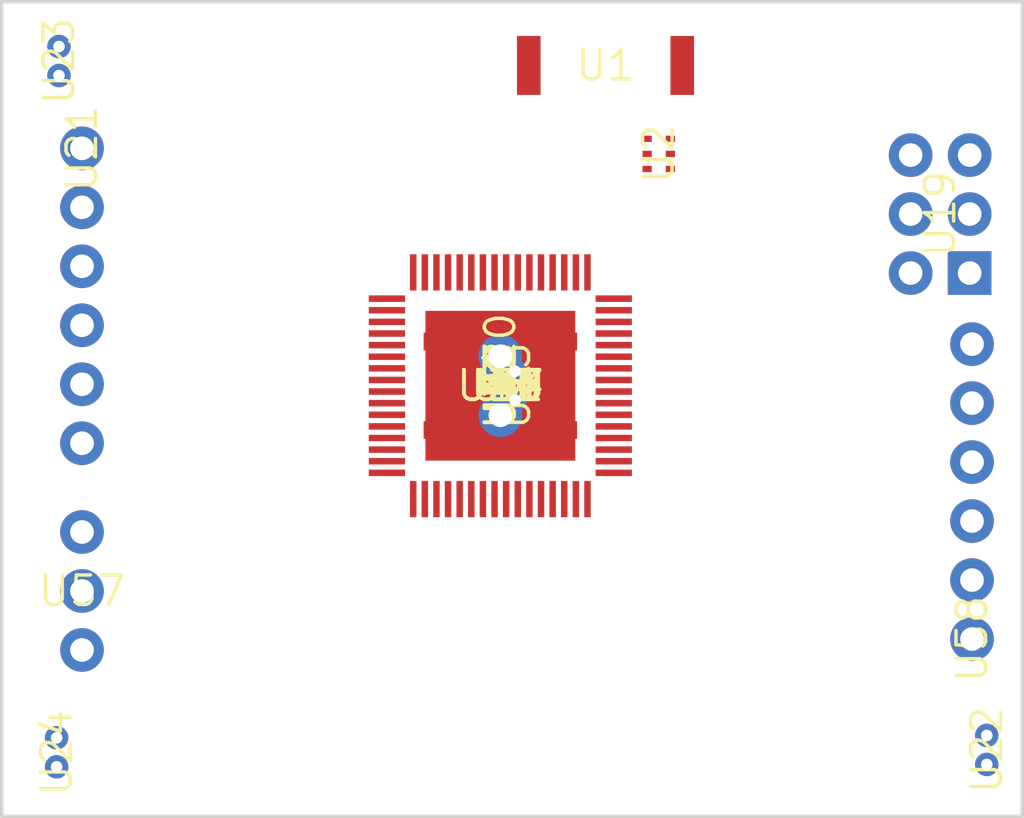
<source format=kicad_pcb>
 ( kicad_pcb  ( version 20171130 )
 ( host pcbnew "(5.1.4-0-10_14)" )
 ( general  ( thickness 1.6 )
 ( drawings 4 )
 ( tracks 0 )
 ( zones 0 )
 ( modules 58 )
 ( nets 81 )
)
 ( page A4 )
 ( layers  ( 0 Top signal )
 ( 31 Bottom signal )
 ( 32 B.Adhes user )
 ( 33 F.Adhes user )
 ( 34 B.Paste user )
 ( 35 F.Paste user )
 ( 36 B.SilkS user )
 ( 37 F.SilkS user )
 ( 38 B.Mask user )
 ( 39 F.Mask user )
 ( 40 Dwgs.User user )
 ( 41 Cmts.User user )
 ( 42 Eco1.User user )
 ( 43 Eco2.User user )
 ( 44 Edge.Cuts user )
 ( 45 Margin user )
 ( 46 B.CrtYd user )
 ( 47 F.CrtYd user )
 ( 48 B.Fab user )
 ( 49 F.Fab user )
)
 ( setup  ( last_trace_width 0.254 )
 ( trace_clearance 0.1524 )
 ( zone_clearance 0.508 )
 ( zone_45_only no )
 ( trace_min 0.2 )
 ( via_size 0.8128 )
 ( via_drill 0.4064 )
 ( via_min_size 0.4 )
 ( via_min_drill 0.3 )
 ( uvia_size 0.3 )
 ( uvia_drill 0.1 )
 ( uvias_allowed yes )
 ( uvia_min_size 0.2 )
 ( uvia_min_drill 0.1 )
 ( edge_width 0.05 )
 ( segment_width 0.2 )
 ( pcb_text_width 0.3 )
 ( pcb_text_size 1.5 1.5 )
 ( mod_edge_width 0.12 )
 ( mod_text_size 1 1 )
 ( mod_text_width 0.15 )
 ( pad_size 1.524 1.524 )
 ( pad_drill 0.762 )
 ( pad_to_mask_clearance 0.051 )
 ( solder_mask_min_width 0.25 )
 ( aux_axis_origin 0 0 )
 ( visible_elements 7FFFFFFF )
 ( pcbplotparams  ( layerselection 0x010fc_ffffffff )
 ( usegerberextensions false )
 ( usegerberattributes false )
 ( usegerberadvancedattributes false )
 ( creategerberjobfile false )
 ( excludeedgelayer true )
 ( linewidth 0.100000 )
 ( plotframeref false )
 ( viasonmask false )
 ( mode 1 )
 ( useauxorigin false )
 ( hpglpennumber 1 )
 ( hpglpenspeed 20 )
 ( hpglpendiameter 15.000000 )
 ( psnegative false )
 ( psa4output false )
 ( plotreference true )
 ( plotvalue true )
 ( plotinvisibletext false )
 ( padsonsilk false )
 ( subtractmaskfromsilk false )
 ( outputformat 1 )
 ( mirror false )
 ( drillshape 1 )
 ( scaleselection 1 )
 ( outputdirectory "" )
)
)
 ( net 0 "" )
 ( net 1 GND )
 ( net 2 3.3V )
 ( net 3 "Net-(U1-Pad64)" )
 ( net 4 "Net-(U1-Pad63)" )
 ( net 5 "Net-(U1-Pad62)" )
 ( net 6 "Net-(C1-Pad1)" )
 ( net 7 "Net-(C5-Pad1)" )
 ( net 8 "Net-(C6-Pad1)" )
 ( net 9 "Net-(U1-Pad53)" )
 ( net 10 "Net-(U1-Pad52)" )
 ( net 11 "Net-(U1-Pad51)" )
 ( net 12 /PE4 )
 ( net 13 /PE3 )
 ( net 14 "Net-(U1-Pad48)" )
 ( net 15 /TX0 )
 ( net 16 /RX0 )
 ( net 17 /PB7 )
 ( net 18 /PB6 )
 ( net 19 /PB5 )
 ( net 20 /PB4 )
 ( net 21 /MISO )
 ( net 22 /MOSI )
 ( net 23 /SCK )
 ( net 24 "Net-(U1-Pad36)" )
 ( net 25 "Net-(U1-Pad32)" )
 ( net 26 "Net-(U1-Pad31)" )
 ( net 27 "Net-(U1-Pad30)" )
 ( net 28 "Net-(U1-Pad29)" )
 ( net 29 /TX1 )
 ( net 30 /RX1 )
 ( net 31 /SDA )
 ( net 32 /SCL )
 ( net 33 "Net-(C2-Pad1)" )
 ( net 34 "Net-(U1-Pad19)" )
 ( net 35 "Net-(U1-Pad18)" )
 ( net 36 "Net-(U1-Pad17)" )
 ( net 37 "Net-(U1-Pad16)" )
 ( net 38 "Net-(U1-Pad15)" )
 ( net 39 "Net-(U1-Pad14)" )
 ( net 40 "Net-(U1-Pad13)" )
 ( net 41 /RESET )
 ( net 42 "Net-(C17-Pad2)" )
 ( net 43 "Net-(C16-Pad1)" )
 ( net 44 "Net-(U1-Pad6)" )
 ( net 45 "Net-(U1-Pad5)" )
 ( net 46 "Net-(U1-Pad4)" )
 ( net 47 "Net-(U1-Pad3)" )
 ( net 48 "Net-(U1-Pad2)" )
 ( net 49 "Net-(U1-Pad1)" )
 ( net 50 "Net-(B1-Pad4)" )
 ( net 51 "Net-(B1-Pad3)" )
 ( net 52 "Net-(B1-Pad2)" )
 ( net 53 /RFANT )
 ( net 54 "Net-(J1-Pad2)" )
 ( net 55 "Net-(JP9-PadCTS)" )
 ( net 56 "Net-(C15-Pad1)" )
 ( net 57 "Net-(C7-Pad2)" )
 ( net 58 /VBAT )
 ( net 59 "Net-(C8-Pad2)" )
 ( net 60 "Net-(C13-Pad2)" )
 ( net 61 "Net-(C14-Pad2)" )
 ( net 62 "Net-(JP3-Pad2)" )
 ( net 63 "Net-(C12-Pad1)" )
 ( net 64 "Net-(R10-Pad1)" )
 ( net 65 "Net-(R3-Pad1)" )
 ( net 66 "Net-(U4-Pad14)" )
 ( net 67 "Net-(U4-Pad13)" )
 ( net 68 "Net-(U4-Pad12)" )
 ( net 69 "Net-(U4-Pad11)" )
 ( net 70 "Net-(U4-Pad10)" )
 ( net 71 "Net-(C25-Pad1)" )
 ( net 72 "Net-(C25-Pad2)" )
 ( net 73 "Net-(C26-Pad2)" )
 ( net 74 "Net-(U4-Pad1)" )
 ( net 75 "Net-(S2-Pad1)" )
 ( net 76 "Net-(JP2-PadCTS)" )
 ( net 77 "Net-(JP2-PadDTR)" )
 ( net 78 "Net-(BOT1-PadA)" )
 ( net 79 "Net-(ARM1-PadA)" )
 ( net 80 "Net-(PWR1-PadA)" )
 ( net_class Default "This is the default net class."  ( clearance 0.1524 )
 ( trace_width 0.254 )
 ( via_dia 0.8128 )
 ( via_drill 0.4064 )
 ( uvia_dia 0.3 )
 ( uvia_drill 0.1 )
 ( add_net /MISO )
 ( add_net /MOSI )
 ( add_net /PB4 )
 ( add_net /PB5 )
 ( add_net /PB6 )
 ( add_net /PB7 )
 ( add_net /PE3 )
 ( add_net /PE4 )
 ( add_net /RESET )
 ( add_net /RFANT )
 ( add_net /RX0 )
 ( add_net /RX1 )
 ( add_net /SCK )
 ( add_net /SCL )
 ( add_net /SDA )
 ( add_net /TX0 )
 ( add_net /TX1 )
 ( add_net 3.3V )
 ( add_net GND )
 ( add_net "Net-(ARM1-PadA)" )
 ( add_net "Net-(B1-Pad2)" )
 ( add_net "Net-(B1-Pad3)" )
 ( add_net "Net-(B1-Pad4)" )
 ( add_net "Net-(BOT1-PadA)" )
 ( add_net "Net-(C1-Pad1)" )
 ( add_net "Net-(C12-Pad1)" )
 ( add_net "Net-(C15-Pad1)" )
 ( add_net "Net-(C16-Pad1)" )
 ( add_net "Net-(C17-Pad2)" )
 ( add_net "Net-(C2-Pad1)" )
 ( add_net "Net-(C25-Pad1)" )
 ( add_net "Net-(C25-Pad2)" )
 ( add_net "Net-(C26-Pad2)" )
 ( add_net "Net-(C5-Pad1)" )
 ( add_net "Net-(C6-Pad1)" )
 ( add_net "Net-(J1-Pad2)" )
 ( add_net "Net-(JP2-PadCTS)" )
 ( add_net "Net-(JP2-PadDTR)" )
 ( add_net "Net-(JP3-Pad2)" )
 ( add_net "Net-(JP9-PadCTS)" )
 ( add_net "Net-(PWR1-PadA)" )
 ( add_net "Net-(R10-Pad1)" )
 ( add_net "Net-(R3-Pad1)" )
 ( add_net "Net-(S2-Pad1)" )
 ( add_net "Net-(U1-Pad1)" )
 ( add_net "Net-(U1-Pad13)" )
 ( add_net "Net-(U1-Pad14)" )
 ( add_net "Net-(U1-Pad15)" )
 ( add_net "Net-(U1-Pad16)" )
 ( add_net "Net-(U1-Pad17)" )
 ( add_net "Net-(U1-Pad18)" )
 ( add_net "Net-(U1-Pad19)" )
 ( add_net "Net-(U1-Pad2)" )
 ( add_net "Net-(U1-Pad29)" )
 ( add_net "Net-(U1-Pad3)" )
 ( add_net "Net-(U1-Pad30)" )
 ( add_net "Net-(U1-Pad31)" )
 ( add_net "Net-(U1-Pad32)" )
 ( add_net "Net-(U1-Pad36)" )
 ( add_net "Net-(U1-Pad4)" )
 ( add_net "Net-(U1-Pad48)" )
 ( add_net "Net-(U1-Pad5)" )
 ( add_net "Net-(U1-Pad51)" )
 ( add_net "Net-(U1-Pad52)" )
 ( add_net "Net-(U1-Pad53)" )
 ( add_net "Net-(U1-Pad6)" )
 ( add_net "Net-(U1-Pad62)" )
 ( add_net "Net-(U1-Pad63)" )
 ( add_net "Net-(U1-Pad64)" )
 ( add_net "Net-(U4-Pad1)" )
 ( add_net "Net-(U4-Pad10)" )
 ( add_net "Net-(U4-Pad11)" )
 ( add_net "Net-(U4-Pad12)" )
 ( add_net "Net-(U4-Pad13)" )
 ( add_net "Net-(U4-Pad14)" )
)
 ( net_class Power ""  ( clearance 0.1524 )
 ( trace_width 0.508 )
 ( via_dia 0.8128 )
 ( via_drill 0.4064 )
 ( uvia_dia 0.3 )
 ( uvia_drill 0.1 )
 ( add_net /VBAT )
 ( add_net "Net-(C13-Pad2)" )
 ( add_net "Net-(C14-Pad2)" )
 ( add_net "Net-(C7-Pad2)" )
 ( add_net "Net-(C8-Pad2)" )
)
 ( module quadcopterJorge:653002114822 locked  ( layer Top )
 ( tedit 5DCF2602 )
 ( tstamp 5DC90212 )
 ( at 168.298800 119.683200 270.000000 )
 ( descr "WR-WTB 1.25mm Male Vertical Shrouded Header, 2 Pins" )
 ( path /FD237801 )
 ( fp_text reference U22  ( at 0 -0.635 270 )
 ( layer F.SilkS )
 ( effects  ( font  ( size 1.27 1.27 )
 ( thickness 0.15 )
)
)
)
 ( fp_text value ""  ( at 0 -0.635 270 )
 ( layer F.SilkS )
 ( effects  ( font  ( size 1.27 1.27 )
 ( thickness 0.15 )
)
)
)
 ( fp_poly  ( pts  ( xy -1.3 -1.335 )
 ( xy 1.3 -1.335 )
 ( xy 1.3 0.065 )
 ( xy -1.3 0.065 )
)
 ( layer B.CrtYd )
 ( width 0.1 )
)
 ( fp_poly  ( pts  ( xy -2.3 -2.035 )
 ( xy 2.3 -2.035 )
 ( xy 2.3 1.565 )
 ( xy -2.3 1.565 )
)
 ( layer F.CrtYd )
 ( width 0.1 )
)
 ( pad 2 thru_hole circle  ( at -0.625 -0.635 270.000000 )
 ( size 1.008 1.008 )
 ( drill 0.5 )
 ( layers *.Cu *.Mask )
 ( net 57 "Net-(C7-Pad2)" )
 ( solder_mask_margin 0.1016 )
)
 ( pad 1 thru_hole circle  ( at 0.625 -0.635 270.000000 )
 ( size 1.008 1.008 )
 ( drill 0.5 )
 ( layers *.Cu *.Mask )
 ( net 58 /VBAT )
 ( solder_mask_margin 0.1016 )
)
)
 ( module quadcopterJorge:653002114822 locked  ( layer Top )
 ( tedit 5DCF2602 )
 ( tstamp 5DC90230 )
 ( at 129.538400 119.784800 90.000000 )
 ( descr "WR-WTB 1.25mm Male Vertical Shrouded Header, 2 Pins" )
 ( path /27E031B9 )
 ( fp_text reference U24  ( at 0 -0.635 90 )
 ( layer F.SilkS )
 ( effects  ( font  ( size 1.27 1.27 )
 ( thickness 0.15 )
)
)
)
 ( fp_text value ""  ( at 0 -0.635 90 )
 ( layer F.SilkS )
 ( effects  ( font  ( size 1.27 1.27 )
 ( thickness 0.15 )
)
)
)
 ( fp_poly  ( pts  ( xy -1.3 -1.335 )
 ( xy 1.3 -1.335 )
 ( xy 1.3 0.065 )
 ( xy -1.3 0.065 )
)
 ( layer B.CrtYd )
 ( width 0.1 )
)
 ( fp_poly  ( pts  ( xy -2.3 -2.035 )
 ( xy 2.3 -2.035 )
 ( xy 2.3 1.565 )
 ( xy -2.3 1.565 )
)
 ( layer F.CrtYd )
 ( width 0.1 )
)
 ( pad 2 thru_hole circle  ( at -0.625 -0.635 90.000000 )
 ( size 1.008 1.008 )
 ( drill 0.5 )
 ( layers *.Cu *.Mask )
 ( net 60 "Net-(C13-Pad2)" )
 ( solder_mask_margin 0.1016 )
)
 ( pad 1 thru_hole circle  ( at 0.625 -0.635 90.000000 )
 ( size 1.008 1.008 )
 ( drill 0.5 )
 ( layers *.Cu *.Mask )
 ( net 58 /VBAT )
 ( solder_mask_margin 0.1016 )
)
)
 ( module quadcopterJorge:1X02  ( layer Top )
 ( tedit 5DCF25B9 )
 ( tstamp 5DC901C6 )
 ( at 148.000000 104.000000 270.000000 )
 ( path /EC28632A )
 ( fp_text reference U20  ( at -1.27 0 270 )
 ( layer F.SilkS )
 ( effects  ( font  ( size 1.27 1.27 )
 ( thickness 0.15 )
)
)
)
 ( fp_text value ""  ( at -1.27 0 270 )
 ( layer F.SilkS )
 ( effects  ( font  ( size 1.27 1.27 )
 ( thickness 0.15 )
)
)
)
 ( fp_poly  ( pts  ( xy -2.67 -1.4 )
 ( xy 2.63 -1.4 )
 ( xy 2.63 1.4 )
 ( xy -2.67 1.4 )
)
 ( layer B.CrtYd )
 ( width 0.1 )
)
 ( fp_poly  ( pts  ( xy -2.67 -1.4 )
 ( xy 2.63 -1.4 )
 ( xy 2.63 1.4 )
 ( xy -2.67 1.4 )
)
 ( layer F.CrtYd )
 ( width 0.1 )
)
 ( pad 2 thru_hole circle  ( at 1.27 0 )
 ( size 1.8796 1.8796 )
 ( drill 1.016 )
 ( layers *.Cu *.Mask )
 ( net 62 "Net-(JP3-Pad2)" )
 ( solder_mask_margin 0.1016 )
)
 ( pad 1 thru_hole circle  ( at -1.27 0 )
 ( size 1.8796 1.8796 )
 ( drill 1.016 )
 ( layers *.Cu *.Mask )
 ( net 1 GND )
 ( solder_mask_margin 0.1016 )
)
)
 ( module quadcopterJorge:653002114822  ( layer Top )
 ( tedit 5DCF2602 )
 ( tstamp 5DC9023F )
 ( at 148.000000 104.000000 270.000000 )
 ( descr "WR-WTB 1.25mm Male Vertical Shrouded Header, 2 Pins" )
 ( path /DCB17BD7 )
 ( fp_text reference U25  ( at 0 -0.635 270 )
 ( layer F.SilkS )
 ( effects  ( font  ( size 1.27 1.27 )
 ( thickness 0.15 )
)
)
)
 ( fp_text value ""  ( at 0 -0.635 270 )
 ( layer F.SilkS )
 ( effects  ( font  ( size 1.27 1.27 )
 ( thickness 0.15 )
)
)
)
 ( fp_poly  ( pts  ( xy -1.3 -1.335 )
 ( xy 1.3 -1.335 )
 ( xy 1.3 0.065 )
 ( xy -1.3 0.065 )
)
 ( layer B.CrtYd )
 ( width 0.1 )
)
 ( fp_poly  ( pts  ( xy -2.3 -2.035 )
 ( xy 2.3 -2.035 )
 ( xy 2.3 1.565 )
 ( xy -2.3 1.565 )
)
 ( layer F.CrtYd )
 ( width 0.1 )
)
 ( pad 2 thru_hole circle  ( at -0.625 -0.635 270.000000 )
 ( size 1.008 1.008 )
 ( drill 0.5 )
 ( layers *.Cu *.Mask )
 ( net 61 "Net-(C14-Pad2)" )
 ( solder_mask_margin 0.1016 )
)
 ( pad 1 thru_hole circle  ( at 0.625 -0.635 270.000000 )
 ( size 1.008 1.008 )
 ( drill 0.5 )
 ( layers *.Cu *.Mask )
 ( net 58 /VBAT )
 ( solder_mask_margin 0.1016 )
)
)
 ( module quadcopterJorge:653002114822 locked  ( layer Top )
 ( tedit 5DCF2602 )
 ( tstamp 5DC90221 )
 ( at 128.370000 90.016000 270.000000 )
 ( descr "WR-WTB 1.25mm Male Vertical Shrouded Header, 2 Pins" )
 ( path /4C99C424 )
 ( fp_text reference U23  ( at 0 -0.635 270 )
 ( layer F.SilkS )
 ( effects  ( font  ( size 1.27 1.27 )
 ( thickness 0.15 )
)
)
)
 ( fp_text value ""  ( at 0 -0.635 270 )
 ( layer F.SilkS )
 ( effects  ( font  ( size 1.27 1.27 )
 ( thickness 0.15 )
)
)
)
 ( fp_poly  ( pts  ( xy -1.3 -1.335 )
 ( xy 1.3 -1.335 )
 ( xy 1.3 0.065 )
 ( xy -1.3 0.065 )
)
 ( layer B.CrtYd )
 ( width 0.1 )
)
 ( fp_poly  ( pts  ( xy -2.3 -2.035 )
 ( xy 2.3 -2.035 )
 ( xy 2.3 1.565 )
 ( xy -2.3 1.565 )
)
 ( layer F.CrtYd )
 ( width 0.1 )
)
 ( pad 2 thru_hole circle  ( at -0.625 -0.635 270.000000 )
 ( size 1.008 1.008 )
 ( drill 0.5 )
 ( layers *.Cu *.Mask )
 ( net 59 "Net-(C8-Pad2)" )
 ( solder_mask_margin 0.1016 )
)
 ( pad 1 thru_hole circle  ( at 0.625 -0.635 270.000000 )
 ( size 1.008 1.008 )
 ( drill 0.5 )
 ( layers *.Cu *.Mask )
 ( net 58 /VBAT )
 ( solder_mask_margin 0.1016 )
)
)
 ( module quadcopterJorge:FTDI_BASIC locked  ( layer Top )
 ( tedit 5DCF2629 )
 ( tstamp 5DC901DB )
 ( at 129.995600 100.125200 270.000000 )
 ( path /9500817F )
 ( fp_text reference U21  ( at -6.35 0 270 )
 ( layer F.SilkS )
 ( effects  ( font  ( size 1.27 1.27 )
 ( thickness 0.15 )
)
)
)
 ( fp_text value ""  ( at -6.35 0 270 )
 ( layer F.SilkS )
 ( effects  ( font  ( size 1.27 1.27 )
 ( thickness 0.15 )
)
)
)
 ( fp_poly  ( pts  ( xy -7.65 -1.3 )
 ( xy 7.65 -1.3 )
 ( xy 7.65 1.3 )
 ( xy -7.65 1.3 )
)
 ( layer B.CrtYd )
 ( width 0.1 )
)
 ( fp_poly  ( pts  ( xy -7.65 -1.3 )
 ( xy 7.65 -1.3 )
 ( xy 7.65 1.3 )
 ( xy -7.65 1.3 )
)
 ( layer F.CrtYd )
 ( width 0.1 )
)
 ( pad GND thru_hole circle  ( at 6.35 0 )
 ( size 1.8796 1.8796 )
 ( drill 1.016 )
 ( layers *.Cu *.Mask )
 ( net 1 GND )
 ( solder_mask_margin 0.1016 )
)
 ( pad CTS thru_hole circle  ( at 3.81 0 )
 ( size 1.8796 1.8796 )
 ( drill 1.016 )
 ( layers *.Cu *.Mask )
 ( net 55 "Net-(JP9-PadCTS)" )
 ( solder_mask_margin 0.1016 )
)
 ( pad VCC thru_hole circle  ( at 1.27 0 )
 ( size 1.8796 1.8796 )
 ( drill 1.016 )
 ( layers *.Cu *.Mask )
 ( net 2 3.3V )
 ( solder_mask_margin 0.1016 )
)
 ( pad TXO thru_hole circle  ( at -1.27 0 )
 ( size 1.8796 1.8796 )
 ( drill 1.016 )
 ( layers *.Cu *.Mask )
 ( net 16 /RX0 )
 ( solder_mask_margin 0.1016 )
)
 ( pad RXI thru_hole circle  ( at -3.81 0 )
 ( size 1.8796 1.8796 )
 ( drill 1.016 )
 ( layers *.Cu *.Mask )
 ( net 15 /TX0 )
 ( solder_mask_margin 0.1016 )
)
 ( pad DTR thru_hole circle  ( at -6.35 0 )
 ( size 1.8796 1.8796 )
 ( drill 1.016 )
 ( layers *.Cu *.Mask )
 ( net 56 "Net-(C15-Pad1)" )
 ( solder_mask_margin 0.1016 )
)
)
 ( module quadcopterJorge:FTDI_BASIC locked  ( layer Top )
 ( tedit 5DCF2629 )
 ( tstamp 5DC904F2 )
 ( at 168.298800 108.558000 90.000000 )
 ( path /E74E9B50 )
 ( fp_text reference U58  ( at -6.35 0 90 )
 ( layer F.SilkS )
 ( effects  ( font  ( size 1.27 1.27 )
 ( thickness 0.15 )
)
)
)
 ( fp_text value ""  ( at -6.35 0 90 )
 ( layer F.SilkS )
 ( effects  ( font  ( size 1.27 1.27 )
 ( thickness 0.15 )
)
)
)
 ( fp_poly  ( pts  ( xy -7.65 -1.3 )
 ( xy 7.65 -1.3 )
 ( xy 7.65 1.3 )
 ( xy -7.65 1.3 )
)
 ( layer B.CrtYd )
 ( width 0.1 )
)
 ( fp_poly  ( pts  ( xy -7.65 -1.3 )
 ( xy 7.65 -1.3 )
 ( xy 7.65 1.3 )
 ( xy -7.65 1.3 )
)
 ( layer F.CrtYd )
 ( width 0.1 )
)
 ( pad GND thru_hole circle  ( at 6.35 0 180.000000 )
 ( size 1.8796 1.8796 )
 ( drill 1.016 )
 ( layers *.Cu *.Mask )
 ( net 1 GND )
 ( solder_mask_margin 0.1016 )
)
 ( pad CTS thru_hole circle  ( at 3.81 0 180.000000 )
 ( size 1.8796 1.8796 )
 ( drill 1.016 )
 ( layers *.Cu *.Mask )
 ( net 76 "Net-(JP2-PadCTS)" )
 ( solder_mask_margin 0.1016 )
)
 ( pad VCC thru_hole circle  ( at 1.27 0 180.000000 )
 ( size 1.8796 1.8796 )
 ( drill 1.016 )
 ( layers *.Cu *.Mask )
 ( net 2 3.3V )
 ( solder_mask_margin 0.1016 )
)
 ( pad TXO thru_hole circle  ( at -1.27 0 180.000000 )
 ( size 1.8796 1.8796 )
 ( drill 1.016 )
 ( layers *.Cu *.Mask )
 ( net 30 /RX1 )
 ( solder_mask_margin 0.1016 )
)
 ( pad RXI thru_hole circle  ( at -3.81 0 180.000000 )
 ( size 1.8796 1.8796 )
 ( drill 1.016 )
 ( layers *.Cu *.Mask )
 ( net 29 /TX1 )
 ( solder_mask_margin 0.1016 )
)
 ( pad DTR thru_hole circle  ( at -6.35 0 180.000000 )
 ( size 1.8796 1.8796 )
 ( drill 1.016 )
 ( layers *.Cu *.Mask )
 ( net 77 "Net-(JP2-PadDTR)" )
 ( solder_mask_margin 0.1016 )
)
)
 ( module quadcopterJorge:ANTENNA-CHIP5 locked  ( layer Top )
 ( tedit 5DCE6AFB )
 ( tstamp 5DC900A2 )
 ( at 152.525400 90.206500 )
 ( path /EA64C37F )
 ( fp_text reference U1  ( at 0 0 )
 ( layer F.SilkS )
 ( effects  ( font  ( size 1.27 1.27 )
 ( thickness 0.15 )
)
)
)
 ( fp_text value ""  ( at 0 0 )
 ( layer F.SilkS )
 ( effects  ( font  ( size 1.27 1.27 )
 ( thickness 0.15 )
)
)
)
 ( fp_poly  ( pts  ( xy -4 -1.4 )
 ( xy 4 -1.4 )
 ( xy 4 1.4 )
 ( xy -4 1.4 )
)
 ( layer F.CrtYd )
 ( width 0.1 )
)
 ( pad FEED smd rect  ( at -3.302 0 180.000000 )
 ( size 1.016 2.54 )
 ( layers Top F.Mask F.Paste )
 ( net 53 /RFANT )
 ( solder_mask_margin 0.1016 )
)
 ( pad NC smd rect  ( at 3.302 0 180.000000 )
 ( size 1.016 2.54 )
 ( layers Top F.Mask F.Paste )
 ( solder_mask_margin 0.1016 )
)
)
 ( module quadcopterJorge:BALUN-0805 locked  ( layer Top )
 ( tedit 5DCE655C )
 ( tstamp 5DC900AF )
 ( at 154.811400 94.016500 270.000000 )
 ( descr "<h3>Balun - 0805 Package</h3>\n<p>Transformer to convert an unbalanced signal to a balenced one, or vice-versa.</p>\n<p><a href=\"http://katalog.we-online.de/pbs/datasheet/748421245.pdf\">Example Datasheet</a></p>" )
 ( path /A14A3ED5 )
 ( fp_text reference U2  ( at 0 0 270 )
 ( layer F.SilkS )
 ( effects  ( font  ( size 1.27 1.27 )
 ( thickness 0.15 )
)
)
)
 ( fp_text value ""  ( at 0 0 270 )
 ( layer F.SilkS )
 ( effects  ( font  ( size 1.27 1.27 )
 ( thickness 0.15 )
)
)
)
 ( fp_poly  ( pts  ( xy -1.3 -0.9 )
 ( xy 1.3 -0.9 )
 ( xy 1.3 0.9 )
 ( xy -1.3 0.9 )
)
 ( layer F.CrtYd )
 ( width 0.1 )
)
 ( pad 4 smd rect  ( at 0.65 -0.505 270.000000 )
 ( size 0.27 0.4 )
 ( layers Top F.Mask F.Paste )
 ( net 50 "Net-(B1-Pad4)" )
 ( solder_mask_margin 0.1016 )
)
 ( pad 5 smd rect  ( at 0 -0.505 270.000000 )
 ( size 0.27 0.4 )
 ( layers Top F.Mask F.Paste )
 ( net 1 GND )
 ( solder_mask_margin 0.1016 )
)
 ( pad 6 smd rect  ( at -0.65 -0.505 270.000000 )
 ( size 0.27 0.4 )
 ( layers Top F.Mask F.Paste )
 ( solder_mask_margin 0.1016 )
)
 ( pad 3 smd rect  ( at 0.65 0.495 270.000000 )
 ( size 0.27 0.4 )
 ( layers Top F.Mask F.Paste )
 ( net 51 "Net-(B1-Pad3)" )
 ( solder_mask_margin 0.1016 )
)
 ( pad 2 smd rect  ( at 0 0.495 270.000000 )
 ( size 0.27 0.4 )
 ( layers Top F.Mask F.Paste )
 ( net 52 "Net-(B1-Pad2)" )
 ( solder_mask_margin 0.1016 )
)
 ( pad 1 smd rect  ( at -0.65 0.495 270.000000 )
 ( size 0.27 0.4 )
 ( layers Top F.Mask F.Paste )
 ( net 53 /RFANT )
 ( solder_mask_margin 0.1016 )
)
)
 ( module quadcopterJorge:C0805  ( layer Top )
 ( tedit 5DCE6588 )
 ( tstamp 5DC900C6 )
 ( at 148.000000 104.000000 90.000000 )
 ( descr <b>CAPACITOR</b><p> )
 ( path /C8E3AF05 )
 ( fp_text reference U3  ( at 0 0 90 )
 ( layer F.SilkS )
 ( effects  ( font  ( size 1.27 1.27 )
 ( thickness 0.15 )
)
)
)
 ( fp_text value ""  ( at 0 0 90 )
 ( layer F.SilkS )
 ( effects  ( font  ( size 1.27 1.27 )
 ( thickness 0.15 )
)
)
)
 ( fp_poly  ( pts  ( xy -2 -1 )
 ( xy 2 -1 )
 ( xy 2 1 )
 ( xy -2 1 )
)
 ( layer F.CrtYd )
 ( width 0.1 )
)
 ( pad 2 smd rect  ( at 0.95 0 90.000000 )
 ( size 1.3 1.5 )
 ( layers Top F.Mask F.Paste )
 ( net 1 GND )
 ( solder_mask_margin 0.1016 )
)
 ( pad 1 smd rect  ( at -0.95 0 90.000000 )
 ( size 1.3 1.5 )
 ( layers Top F.Mask F.Paste )
 ( net 6 "Net-(C1-Pad1)" )
 ( solder_mask_margin 0.1016 )
)
)
 ( module quadcopterJorge:C0805  ( layer Top )
 ( tedit 5DCE6588 )
 ( tstamp 5DC900D4 )
 ( at 148.000000 104.000000 )
 ( descr <b>CAPACITOR</b><p> )
 ( path /F9611745 )
 ( fp_text reference U4  ( at 0 0 )
 ( layer F.SilkS )
 ( effects  ( font  ( size 1.27 1.27 )
 ( thickness 0.15 )
)
)
)
 ( fp_text value ""  ( at 0 0 )
 ( layer F.SilkS )
 ( effects  ( font  ( size 1.27 1.27 )
 ( thickness 0.15 )
)
)
)
 ( fp_poly  ( pts  ( xy -2 -1 )
 ( xy 2 -1 )
 ( xy 2 1 )
 ( xy -2 1 )
)
 ( layer F.CrtYd )
 ( width 0.1 )
)
 ( pad 2 smd rect  ( at 0.95 0 )
 ( size 1.3 1.5 )
 ( layers Top F.Mask F.Paste )
 ( net 1 GND )
 ( solder_mask_margin 0.1016 )
)
 ( pad 1 smd rect  ( at -0.95 0 )
 ( size 1.3 1.5 )
 ( layers Top F.Mask F.Paste )
 ( net 2 3.3V )
 ( solder_mask_margin 0.1016 )
)
)
 ( module quadcopterJorge:C0805  ( layer Top )
 ( tedit 5DCE6588 )
 ( tstamp 5DC900E2 )
 ( at 148.000000 104.000000 270.000000 )
 ( descr <b>CAPACITOR</b><p> )
 ( path /863C519D )
 ( fp_text reference U5  ( at 0 0 270 )
 ( layer F.SilkS )
 ( effects  ( font  ( size 1.27 1.27 )
 ( thickness 0.15 )
)
)
)
 ( fp_text value ""  ( at 0 0 270 )
 ( layer F.SilkS )
 ( effects  ( font  ( size 1.27 1.27 )
 ( thickness 0.15 )
)
)
)
 ( fp_poly  ( pts  ( xy -2 -1 )
 ( xy 2 -1 )
 ( xy 2 1 )
 ( xy -2 1 )
)
 ( layer F.CrtYd )
 ( width 0.1 )
)
 ( pad 2 smd rect  ( at 0.95 0 270.000000 )
 ( size 1.3 1.5 )
 ( layers Top F.Mask F.Paste )
 ( net 1 GND )
 ( solder_mask_margin 0.1016 )
)
 ( pad 1 smd rect  ( at -0.95 0 270.000000 )
 ( size 1.3 1.5 )
 ( layers Top F.Mask F.Paste )
 ( net 52 "Net-(B1-Pad2)" )
 ( solder_mask_margin 0.1016 )
)
)
 ( module quadcopterJorge:C0805  ( layer Top )
 ( tedit 5DCE6588 )
 ( tstamp 5DC900F0 )
 ( at 148.000000 104.000000 )
 ( descr <b>CAPACITOR</b><p> )
 ( path /A436D0BD )
 ( fp_text reference U6  ( at 0 0 )
 ( layer F.SilkS )
 ( effects  ( font  ( size 1.27 1.27 )
 ( thickness 0.15 )
)
)
)
 ( fp_text value ""  ( at 0 0 )
 ( layer F.SilkS )
 ( effects  ( font  ( size 1.27 1.27 )
 ( thickness 0.15 )
)
)
)
 ( fp_poly  ( pts  ( xy -2 -1 )
 ( xy 2 -1 )
 ( xy 2 1 )
 ( xy -2 1 )
)
 ( layer F.CrtYd )
 ( width 0.1 )
)
 ( pad 2 smd rect  ( at 0.95 0 )
 ( size 1.3 1.5 )
 ( layers Top F.Mask F.Paste )
 ( net 1 GND )
 ( solder_mask_margin 0.1016 )
)
 ( pad 1 smd rect  ( at -0.95 0 )
 ( size 1.3 1.5 )
 ( layers Top F.Mask F.Paste )
 ( net 63 "Net-(C12-Pad1)" )
 ( solder_mask_margin 0.1016 )
)
)
 ( module quadcopterJorge:C0805  ( layer Top )
 ( tedit 5DCE6588 )
 ( tstamp 5DC900FE )
 ( at 148.000000 104.000000 )
 ( descr <b>CAPACITOR</b><p> )
 ( path /C65B0EAD )
 ( fp_text reference U7  ( at 0 0 )
 ( layer F.SilkS )
 ( effects  ( font  ( size 1.27 1.27 )
 ( thickness 0.15 )
)
)
)
 ( fp_text value ""  ( at 0 0 )
 ( layer F.SilkS )
 ( effects  ( font  ( size 1.27 1.27 )
 ( thickness 0.15 )
)
)
)
 ( fp_poly  ( pts  ( xy -2 -1 )
 ( xy 2 -1 )
 ( xy 2 1 )
 ( xy -2 1 )
)
 ( layer F.CrtYd )
 ( width 0.1 )
)
 ( pad 2 smd rect  ( at 0.95 0 )
 ( size 1.3 1.5 )
 ( layers Top F.Mask F.Paste )
 ( net 41 /RESET )
 ( solder_mask_margin 0.1016 )
)
 ( pad 1 smd rect  ( at -0.95 0 )
 ( size 1.3 1.5 )
 ( layers Top F.Mask F.Paste )
 ( net 56 "Net-(C15-Pad1)" )
 ( solder_mask_margin 0.1016 )
)
)
 ( module quadcopterJorge:C0805  ( layer Top )
 ( tedit 5DCE6588 )
 ( tstamp 5DC9010C )
 ( at 148.000000 104.000000 90.000000 )
 ( descr <b>CAPACITOR</b><p> )
 ( path /4CA4B545 )
 ( fp_text reference U8  ( at 0 0 90 )
 ( layer F.SilkS )
 ( effects  ( font  ( size 1.27 1.27 )
 ( thickness 0.15 )
)
)
)
 ( fp_text value ""  ( at 0 0 90 )
 ( layer F.SilkS )
 ( effects  ( font  ( size 1.27 1.27 )
 ( thickness 0.15 )
)
)
)
 ( fp_poly  ( pts  ( xy -2 -1 )
 ( xy 2 -1 )
 ( xy 2 1 )
 ( xy -2 1 )
)
 ( layer F.CrtYd )
 ( width 0.1 )
)
 ( pad 2 smd rect  ( at 0.95 0 90.000000 )
 ( size 1.3 1.5 )
 ( layers Top F.Mask F.Paste )
 ( net 51 "Net-(B1-Pad3)" )
 ( solder_mask_margin 0.1016 )
)
 ( pad 1 smd rect  ( at -0.95 0 90.000000 )
 ( size 1.3 1.5 )
 ( layers Top F.Mask F.Paste )
 ( net 43 "Net-(C16-Pad1)" )
 ( solder_mask_margin 0.1016 )
)
)
 ( module quadcopterJorge:C0805  ( layer Top )
 ( tedit 5DCE6588 )
 ( tstamp 5DC9011A )
 ( at 148.000000 104.000000 270.000000 )
 ( descr <b>CAPACITOR</b><p> )
 ( path /57A7EDF6 )
 ( fp_text reference U9  ( at 0 0 270 )
 ( layer F.SilkS )
 ( effects  ( font  ( size 1.27 1.27 )
 ( thickness 0.15 )
)
)
)
 ( fp_text value ""  ( at 0 0 270 )
 ( layer F.SilkS )
 ( effects  ( font  ( size 1.27 1.27 )
 ( thickness 0.15 )
)
)
)
 ( fp_poly  ( pts  ( xy -2 -1 )
 ( xy 2 -1 )
 ( xy 2 1 )
 ( xy -2 1 )
)
 ( layer F.CrtYd )
 ( width 0.1 )
)
 ( pad 2 smd rect  ( at 0.95 0 270.000000 )
 ( size 1.3 1.5 )
 ( layers Top F.Mask F.Paste )
 ( net 42 "Net-(C17-Pad2)" )
 ( solder_mask_margin 0.1016 )
)
 ( pad 1 smd rect  ( at -0.95 0 270.000000 )
 ( size 1.3 1.5 )
 ( layers Top F.Mask F.Paste )
 ( net 50 "Net-(B1-Pad4)" )
 ( solder_mask_margin 0.1016 )
)
)
 ( module quadcopterJorge:C0805  ( layer Top )
 ( tedit 5DCE6588 )
 ( tstamp 5DC90128 )
 ( at 148.000000 104.000000 90.000000 )
 ( descr <b>CAPACITOR</b><p> )
 ( path /AC671DB5 )
 ( fp_text reference U10  ( at 0 0 90 )
 ( layer F.SilkS )
 ( effects  ( font  ( size 1.27 1.27 )
 ( thickness 0.15 )
)
)
)
 ( fp_text value ""  ( at 0 0 90 )
 ( layer F.SilkS )
 ( effects  ( font  ( size 1.27 1.27 )
 ( thickness 0.15 )
)
)
)
 ( fp_poly  ( pts  ( xy -2 -1 )
 ( xy 2 -1 )
 ( xy 2 1 )
 ( xy -2 1 )
)
 ( layer F.CrtYd )
 ( width 0.1 )
)
 ( pad 2 smd rect  ( at 0.95 0 90.000000 )
 ( size 1.3 1.5 )
 ( layers Top F.Mask F.Paste )
 ( net 1 GND )
 ( solder_mask_margin 0.1016 )
)
 ( pad 1 smd rect  ( at -0.95 0 90.000000 )
 ( size 1.3 1.5 )
 ( layers Top F.Mask F.Paste )
 ( net 33 "Net-(C2-Pad1)" )
 ( solder_mask_margin 0.1016 )
)
)
 ( module quadcopterJorge:C0805  ( layer Top )
 ( tedit 5DCE6588 )
 ( tstamp 5DC90136 )
 ( at 148.000000 104.000000 )
 ( descr <b>CAPACITOR</b><p> )
 ( path /88B3C59D )
 ( fp_text reference U11  ( at 0 0 )
 ( layer F.SilkS )
 ( effects  ( font  ( size 1.27 1.27 )
 ( thickness 0.15 )
)
)
)
 ( fp_text value ""  ( at 0 0 )
 ( layer F.SilkS )
 ( effects  ( font  ( size 1.27 1.27 )
 ( thickness 0.15 )
)
)
)
 ( fp_poly  ( pts  ( xy -2 -1 )
 ( xy 2 -1 )
 ( xy 2 1 )
 ( xy -2 1 )
)
 ( layer F.CrtYd )
 ( width 0.1 )
)
 ( pad 2 smd rect  ( at 0.95 0 )
 ( size 1.3 1.5 )
 ( layers Top F.Mask F.Paste )
 ( net 1 GND )
 ( solder_mask_margin 0.1016 )
)
 ( pad 1 smd rect  ( at -0.95 0 )
 ( size 1.3 1.5 )
 ( layers Top F.Mask F.Paste )
 ( net 58 /VBAT )
 ( solder_mask_margin 0.1016 )
)
)
 ( module quadcopterJorge:C0805  ( layer Top )
 ( tedit 5DCE6588 )
 ( tstamp 5DC90144 )
 ( at 148.000000 104.000000 )
 ( descr <b>CAPACITOR</b><p> )
 ( path /ECDD94AD )
 ( fp_text reference U12  ( at 0 0 )
 ( layer F.SilkS )
 ( effects  ( font  ( size 1.27 1.27 )
 ( thickness 0.15 )
)
)
)
 ( fp_text value ""  ( at 0 0 )
 ( layer F.SilkS )
 ( effects  ( font  ( size 1.27 1.27 )
 ( thickness 0.15 )
)
)
)
 ( fp_poly  ( pts  ( xy -2 -1 )
 ( xy 2 -1 )
 ( xy 2 1 )
 ( xy -2 1 )
)
 ( layer F.CrtYd )
 ( width 0.1 )
)
 ( pad 2 smd rect  ( at 0.95 0 )
 ( size 1.3 1.5 )
 ( layers Top F.Mask F.Paste )
 ( net 1 GND )
 ( solder_mask_margin 0.1016 )
)
 ( pad 1 smd rect  ( at -0.95 0 )
 ( size 1.3 1.5 )
 ( layers Top F.Mask F.Paste )
 ( net 2 3.3V )
 ( solder_mask_margin 0.1016 )
)
)
 ( module quadcopterJorge:C0805  ( layer Top )
 ( tedit 5DCE6588 )
 ( tstamp 5DC90152 )
 ( at 148.000000 104.000000 )
 ( descr <b>CAPACITOR</b><p> )
 ( path /40EB53D4 )
 ( fp_text reference U13  ( at 0 0 )
 ( layer F.SilkS )
 ( effects  ( font  ( size 1.27 1.27 )
 ( thickness 0.15 )
)
)
)
 ( fp_text value ""  ( at 0 0 )
 ( layer F.SilkS )
 ( effects  ( font  ( size 1.27 1.27 )
 ( thickness 0.15 )
)
)
)
 ( fp_poly  ( pts  ( xy -2 -1 )
 ( xy 2 -1 )
 ( xy 2 1 )
 ( xy -2 1 )
)
 ( layer F.CrtYd )
 ( width 0.1 )
)
 ( pad 2 smd rect  ( at 0.95 0 )
 ( size 1.3 1.5 )
 ( layers Top F.Mask F.Paste )
 ( net 1 GND )
 ( solder_mask_margin 0.1016 )
)
 ( pad 1 smd rect  ( at -0.95 0 )
 ( size 1.3 1.5 )
 ( layers Top F.Mask F.Paste )
 ( net 7 "Net-(C5-Pad1)" )
 ( solder_mask_margin 0.1016 )
)
)
 ( module quadcopterJorge:C0805  ( layer Top )
 ( tedit 5DCE6588 )
 ( tstamp 5DC90160 )
 ( at 148.000000 104.000000 )
 ( descr <b>CAPACITOR</b><p> )
 ( path /EF4A0B26 )
 ( fp_text reference U14  ( at 0 0 )
 ( layer F.SilkS )
 ( effects  ( font  ( size 1.27 1.27 )
 ( thickness 0.15 )
)
)
)
 ( fp_text value ""  ( at 0 0 )
 ( layer F.SilkS )
 ( effects  ( font  ( size 1.27 1.27 )
 ( thickness 0.15 )
)
)
)
 ( fp_poly  ( pts  ( xy -2 -1 )
 ( xy 2 -1 )
 ( xy 2 1 )
 ( xy -2 1 )
)
 ( layer F.CrtYd )
 ( width 0.1 )
)
 ( pad 2 smd rect  ( at 0.95 0 )
 ( size 1.3 1.5 )
 ( layers Top F.Mask F.Paste )
 ( net 1 GND )
 ( solder_mask_margin 0.1016 )
)
 ( pad 1 smd rect  ( at -0.95 0 )
 ( size 1.3 1.5 )
 ( layers Top F.Mask F.Paste )
 ( net 8 "Net-(C6-Pad1)" )
 ( solder_mask_margin 0.1016 )
)
)
 ( module quadcopterJorge:C0805  ( layer Top )
 ( tedit 5DCE6588 )
 ( tstamp 5DC9016E )
 ( at 148.000000 104.000000 90.000000 )
 ( descr <b>CAPACITOR</b><p> )
 ( path /E301BF82 )
 ( fp_text reference U15  ( at 0 0 90 )
 ( layer F.SilkS )
 ( effects  ( font  ( size 1.27 1.27 )
 ( thickness 0.15 )
)
)
)
 ( fp_text value ""  ( at 0 0 90 )
 ( layer F.SilkS )
 ( effects  ( font  ( size 1.27 1.27 )
 ( thickness 0.15 )
)
)
)
 ( fp_poly  ( pts  ( xy -2 -1 )
 ( xy 2 -1 )
 ( xy 2 1 )
 ( xy -2 1 )
)
 ( layer F.CrtYd )
 ( width 0.1 )
)
 ( pad 2 smd rect  ( at 0.95 0 90.000000 )
 ( size 1.3 1.5 )
 ( layers Top F.Mask F.Paste )
 ( net 53 /RFANT )
 ( solder_mask_margin 0.1016 )
)
 ( pad 1 smd rect  ( at -0.95 0 90.000000 )
 ( size 1.3 1.5 )
 ( layers Top F.Mask F.Paste )
 ( net 1 GND )
 ( solder_mask_margin 0.1016 )
)
)
 ( module quadcopterJorge:CHIP-LED0805  ( layer Top )
 ( tedit 5DCE6B13 )
 ( tstamp 5DC9017C )
 ( at 148.000000 104.000000 180.000000 )
 ( descr "<b>Hyper CHIPLED Hyper-Bright LED</b><p>\nLB R99A<br>\nSource: http://www.osram.convergy.de/ ... lb_r99a.pdf" )
 ( path /D9B9D322 )
 ( fp_text reference U16  ( at 0 0 180 )
 ( layer F.SilkS )
 ( effects  ( font  ( size 1.27 1.27 )
 ( thickness 0.15 )
)
)
)
 ( fp_text value ""  ( at 0 0 180 )
 ( layer F.SilkS )
 ( effects  ( font  ( size 1.27 1.27 )
 ( thickness 0.15 )
)
)
)
 ( fp_poly  ( pts  ( xy -0.8 -1.8 )
 ( xy 0.8 -1.8 )
 ( xy 0.8 1.8 )
 ( xy -0.8 1.8 )
)
 ( layer F.CrtYd )
 ( width 0.1 )
)
 ( pad A smd rect  ( at 0 1.05 180.000000 )
 ( size 1.2 1.2 )
 ( layers Top F.Mask F.Paste )
 ( net 80 "Net-(PWR1-PadA)" )
 ( solder_mask_margin 0.1016 )
)
 ( pad C smd rect  ( at 0 -1.05 180.000000 )
 ( size 1.2 1.2 )
 ( layers Top F.Mask F.Paste )
 ( net 1 GND )
 ( solder_mask_margin 0.1016 )
)
)
 ( module quadcopterJorge:CHIP-LED0805  ( layer Top )
 ( tedit 5DCE6B13 )
 ( tstamp 5DC90188 )
 ( at 148.000000 104.000000 180.000000 )
 ( descr "<b>Hyper CHIPLED Hyper-Bright LED</b><p>\nLB R99A<br>\nSource: http://www.osram.convergy.de/ ... lb_r99a.pdf" )
 ( path /2B5E229B )
 ( fp_text reference U17  ( at 0 0 180 )
 ( layer F.SilkS )
 ( effects  ( font  ( size 1.27 1.27 )
 ( thickness 0.15 )
)
)
)
 ( fp_text value ""  ( at 0 0 180 )
 ( layer F.SilkS )
 ( effects  ( font  ( size 1.27 1.27 )
 ( thickness 0.15 )
)
)
)
 ( fp_poly  ( pts  ( xy -0.8 -1.8 )
 ( xy 0.8 -1.8 )
 ( xy 0.8 1.8 )
 ( xy -0.8 1.8 )
)
 ( layer F.CrtYd )
 ( width 0.1 )
)
 ( pad A smd rect  ( at 0 1.05 180.000000 )
 ( size 1.2 1.2 )
 ( layers Top F.Mask F.Paste )
 ( net 78 "Net-(BOT1-PadA)" )
 ( solder_mask_margin 0.1016 )
)
 ( pad C smd rect  ( at 0 -1.05 180.000000 )
 ( size 1.2 1.2 )
 ( layers Top F.Mask F.Paste )
 ( net 1 GND )
 ( solder_mask_margin 0.1016 )
)
)
 ( module quadcopterJorge:CHIP-LED0805  ( layer Top )
 ( tedit 5DCE6B13 )
 ( tstamp 5DC90194 )
 ( at 148.000000 104.000000 180.000000 )
 ( descr "<b>Hyper CHIPLED Hyper-Bright LED</b><p>\nLB R99A<br>\nSource: http://www.osram.convergy.de/ ... lb_r99a.pdf" )
 ( path /2D72AB37 )
 ( fp_text reference U18  ( at 0 0 180 )
 ( layer F.SilkS )
 ( effects  ( font  ( size 1.27 1.27 )
 ( thickness 0.15 )
)
)
)
 ( fp_text value ""  ( at 0 0 180 )
 ( layer F.SilkS )
 ( effects  ( font  ( size 1.27 1.27 )
 ( thickness 0.15 )
)
)
)
 ( fp_poly  ( pts  ( xy -0.8 -1.8 )
 ( xy 0.8 -1.8 )
 ( xy 0.8 1.8 )
 ( xy -0.8 1.8 )
)
 ( layer F.CrtYd )
 ( width 0.1 )
)
 ( pad A smd rect  ( at 0 1.05 180.000000 )
 ( size 1.2 1.2 )
 ( layers Top F.Mask F.Paste )
 ( net 79 "Net-(ARM1-PadA)" )
 ( solder_mask_margin 0.1016 )
)
 ( pad C smd rect  ( at 0 -1.05 180.000000 )
 ( size 1.2 1.2 )
 ( layers Top F.Mask F.Paste )
 ( net 1 GND )
 ( solder_mask_margin 0.1016 )
)
)
 ( module quadcopterJorge:2X3-NS locked  ( layer Top )
 ( tedit 5DCF25D3 )
 ( tstamp 5DC901A0 )
 ( at 166.927200 96.607300 90.000000 )
 ( path /92F0590A )
 ( fp_text reference U19  ( at 0 0 90 )
 ( layer F.SilkS )
 ( effects  ( font  ( size 1.27 1.27 )
 ( thickness 0.15 )
)
)
)
 ( fp_text value ""  ( at 0 0 90 )
 ( layer F.SilkS )
 ( effects  ( font  ( size 1.27 1.27 )
 ( thickness 0.15 )
)
)
)
 ( fp_poly  ( pts  ( xy -3.9 -2.7 )
 ( xy 3.9 -2.7 )
 ( xy 3.9 2.7 )
 ( xy -3.9 2.7 )
)
 ( layer B.CrtYd )
 ( width 0.1 )
)
 ( fp_poly  ( pts  ( xy -3.9 -2.7 )
 ( xy 3.9 -2.7 )
 ( xy 3.9 2.7 )
 ( xy -3.9 2.7 )
)
 ( layer F.CrtYd )
 ( width 0.1 )
)
 ( pad 6 thru_hole circle  ( at 2.54 -1.27 90.000000 )
 ( size 1.8796 1.8796 )
 ( drill 1.016 )
 ( layers *.Cu *.Mask )
 ( net 1 GND )
 ( solder_mask_margin 0.1016 )
)
 ( pad 5 thru_hole circle  ( at 2.54 1.27 90.000000 )
 ( size 1.8796 1.8796 )
 ( drill 1.016 )
 ( layers *.Cu *.Mask )
 ( net 41 /RESET )
 ( solder_mask_margin 0.1016 )
)
 ( pad 4 thru_hole circle  ( at 0 -1.27 90.000000 )
 ( size 1.8796 1.8796 )
 ( drill 1.016 )
 ( layers *.Cu *.Mask )
 ( net 22 /MOSI )
 ( solder_mask_margin 0.1016 )
)
 ( pad 3 thru_hole circle  ( at 0 1.27 90.000000 )
 ( size 1.8796 1.8796 )
 ( drill 1.016 )
 ( layers *.Cu *.Mask )
 ( net 23 /SCK )
 ( solder_mask_margin 0.1016 )
)
 ( pad 2 thru_hole circle  ( at -2.54 -1.27 90.000000 )
 ( size 1.8796 1.8796 )
 ( drill 1.016 )
 ( layers *.Cu *.Mask )
 ( net 54 "Net-(J1-Pad2)" )
 ( solder_mask_margin 0.1016 )
)
 ( pad 1 thru_hole rect  ( at -2.54 1.27 90.000000 )
 ( size 1.8796 1.8796 )
 ( drill 1.016 )
 ( layers *.Cu *.Mask )
 ( net 21 /MISO )
 ( solder_mask_margin 0.1016 )
)
)
 ( module quadcopterJorge:R0805  ( layer Top )
 ( tedit 5DCE67E6 )
 ( tstamp 5DC9024E )
 ( at 148.000000 104.000000 270.000000 )
 ( descr <b>RESISTOR</b><p> )
 ( path /5FC72806 )
 ( fp_text reference U26  ( at 0 0 270 )
 ( layer F.SilkS )
 ( effects  ( font  ( size 1.27 1.27 )
 ( thickness 0.15 )
)
)
)
 ( fp_text value ""  ( at 0 0 270 )
 ( layer F.SilkS )
 ( effects  ( font  ( size 1.27 1.27 )
 ( thickness 0.15 )
)
)
)
 ( fp_poly  ( pts  ( xy -2 -1 )
 ( xy 2 -1 )
 ( xy 2 1 )
 ( xy -2 1 )
)
 ( layer F.CrtYd )
 ( width 0.1 )
)
 ( pad 2 smd rect  ( at 0.95 0 270.000000 )
 ( size 1.3 1.5 )
 ( layers Top F.Mask F.Paste )
 ( net 2 3.3V )
 ( solder_mask_margin 0.1016 )
)
 ( pad 1 smd rect  ( at -0.95 0 270.000000 )
 ( size 1.3 1.5 )
 ( layers Top F.Mask F.Paste )
 ( net 41 /RESET )
 ( solder_mask_margin 0.1016 )
)
)
 ( module quadcopterJorge:R0805  ( layer Top )
 ( tedit 5DCE67E6 )
 ( tstamp 5DC9025C )
 ( at 148.000000 104.000000 90.000000 )
 ( descr <b>RESISTOR</b><p> )
 ( path /3EF859C9 )
 ( fp_text reference U27  ( at 0 0 90 )
 ( layer F.SilkS )
 ( effects  ( font  ( size 1.27 1.27 )
 ( thickness 0.15 )
)
)
)
 ( fp_text value ""  ( at 0 0 90 )
 ( layer F.SilkS )
 ( effects  ( font  ( size 1.27 1.27 )
 ( thickness 0.15 )
)
)
)
 ( fp_poly  ( pts  ( xy -2 -1 )
 ( xy 2 -1 )
 ( xy 2 1 )
 ( xy -2 1 )
)
 ( layer F.CrtYd )
 ( width 0.1 )
)
 ( pad 2 smd rect  ( at 0.95 0 90.000000 )
 ( size 1.3 1.5 )
 ( layers Top F.Mask F.Paste )
 ( net 2 3.3V )
 ( solder_mask_margin 0.1016 )
)
 ( pad 1 smd rect  ( at -0.95 0 90.000000 )
 ( size 1.3 1.5 )
 ( layers Top F.Mask F.Paste )
 ( net 80 "Net-(PWR1-PadA)" )
 ( solder_mask_margin 0.1016 )
)
)
 ( module quadcopterJorge:R0805  ( layer Top )
 ( tedit 5DCE67E6 )
 ( tstamp 5DC9026A )
 ( at 148.000000 104.000000 90.000000 )
 ( descr <b>RESISTOR</b><p> )
 ( path /71430D2B )
 ( fp_text reference U28  ( at 0 0 90 )
 ( layer F.SilkS )
 ( effects  ( font  ( size 1.27 1.27 )
 ( thickness 0.15 )
)
)
)
 ( fp_text value ""  ( at 0 0 90 )
 ( layer F.SilkS )
 ( effects  ( font  ( size 1.27 1.27 )
 ( thickness 0.15 )
)
)
)
 ( fp_poly  ( pts  ( xy -2 -1 )
 ( xy 2 -1 )
 ( xy 2 1 )
 ( xy -2 1 )
)
 ( layer F.CrtYd )
 ( width 0.1 )
)
 ( pad 2 smd rect  ( at 0.95 0 90.000000 )
 ( size 1.3 1.5 )
 ( layers Top F.Mask F.Paste )
 ( net 18 /PB6 )
 ( solder_mask_margin 0.1016 )
)
 ( pad 1 smd rect  ( at -0.95 0 90.000000 )
 ( size 1.3 1.5 )
 ( layers Top F.Mask F.Paste )
 ( net 79 "Net-(ARM1-PadA)" )
 ( solder_mask_margin 0.1016 )
)
)
 ( module quadcopterJorge:R0805  ( layer Top )
 ( tedit 5DCE67E6 )
 ( tstamp 5DC90278 )
 ( at 148.000000 104.000000 90.000000 )
 ( descr <b>RESISTOR</b><p> )
 ( path /A0406511 )
 ( fp_text reference U29  ( at 0 0 90 )
 ( layer F.SilkS )
 ( effects  ( font  ( size 1.27 1.27 )
 ( thickness 0.15 )
)
)
)
 ( fp_text value ""  ( at 0 0 90 )
 ( layer F.SilkS )
 ( effects  ( font  ( size 1.27 1.27 )
 ( thickness 0.15 )
)
)
)
 ( fp_poly  ( pts  ( xy -2 -1 )
 ( xy 2 -1 )
 ( xy 2 1 )
 ( xy -2 1 )
)
 ( layer F.CrtYd )
 ( width 0.1 )
)
 ( pad 2 smd rect  ( at 0.95 0 90.000000 )
 ( size 1.3 1.5 )
 ( layers Top F.Mask F.Paste )
 ( net 17 /PB7 )
 ( solder_mask_margin 0.1016 )
)
 ( pad 1 smd rect  ( at -0.95 0 90.000000 )
 ( size 1.3 1.5 )
 ( layers Top F.Mask F.Paste )
 ( net 78 "Net-(BOT1-PadA)" )
 ( solder_mask_margin 0.1016 )
)
)
 ( module quadcopterJorge:TACTILE_SWITCH_SMD  ( layer Top )
 ( tedit 5DCE6BB8 )
 ( tstamp 5DC90286 )
 ( at 148.000000 104.000000 180.000000 )
 ( path /788C9994 )
 ( fp_text reference U30  ( at 0 0 180 )
 ( layer F.SilkS )
 ( effects  ( font  ( size 1.27 1.27 )
 ( thickness 0.15 )
)
)
)
 ( fp_text value ""  ( at 0 0 180 )
 ( layer F.SilkS )
 ( effects  ( font  ( size 1.27 1.27 )
 ( thickness 0.15 )
)
)
)
 ( fp_poly  ( pts  ( xy -3.5 -2.6 )
 ( xy 3.5 -2.6 )
 ( xy 3.5 2.6 )
 ( xy -3.5 2.6 )
)
 ( layer F.CrtYd )
 ( width 0.1 )
)
 ( pad 4 smd rect  ( at 2.54 1.905 270.000000 )
 ( size 0.762 1.524 )
 ( layers Top F.Mask F.Paste )
 ( solder_mask_margin 0.1016 )
)
 ( pad 3 smd rect  ( at -2.54 1.905 270.000000 )
 ( size 0.762 1.524 )
 ( layers Top F.Mask F.Paste )
 ( net 1 GND )
 ( solder_mask_margin 0.1016 )
)
 ( pad 2 smd rect  ( at 2.54 -1.905 270.000000 )
 ( size 0.762 1.524 )
 ( layers Top F.Mask F.Paste )
 ( solder_mask_margin 0.1016 )
)
 ( pad 1 smd rect  ( at -2.54 -1.905 270.000000 )
 ( size 0.762 1.524 )
 ( layers Top F.Mask F.Paste )
 ( net 41 /RESET )
 ( solder_mask_margin 0.1016 )
)
)
 ( module quadcopterJorge:SOT23-DBV  ( layer Top )
 ( tedit 5DCE6B96 )
 ( tstamp 5DC9029A )
 ( at 148.000000 104.000000 )
 ( path /4E0AB7A9 )
 ( fp_text reference U31  ( at 0 0 )
 ( layer F.SilkS )
 ( effects  ( font  ( size 1.27 1.27 )
 ( thickness 0.15 )
)
)
)
 ( fp_text value ""  ( at 0 0 )
 ( layer F.SilkS )
 ( effects  ( font  ( size 1.27 1.27 )
 ( thickness 0.15 )
)
)
)
 ( fp_poly  ( pts  ( xy -1.5 -2 )
 ( xy 1.5 -2 )
 ( xy 1.5 2 )
 ( xy -1.5 2 )
)
 ( layer F.CrtYd )
 ( width 0.1 )
)
 ( pad 5 smd rect  ( at -0.95 -1.3 )
 ( size 0.55 1.2 )
 ( layers Top F.Mask F.Paste )
 ( net 2 3.3V )
 ( solder_mask_margin 0.1016 )
)
 ( pad 4 smd rect  ( at 0.95 -1.3 )
 ( size 0.55 1.2 )
 ( layers Top F.Mask F.Paste )
 ( net 63 "Net-(C12-Pad1)" )
 ( solder_mask_margin 0.1016 )
)
 ( pad 3 smd rect  ( at 0.95 1.3 )
 ( size 0.55 1.2 )
 ( layers Top F.Mask F.Paste )
 ( net 58 /VBAT )
 ( solder_mask_margin 0.1016 )
)
 ( pad 2 smd rect  ( at 0 1.3 )
 ( size 0.55 1.2 )
 ( layers Top F.Mask F.Paste )
 ( net 1 GND )
 ( solder_mask_margin 0.1016 )
)
 ( pad 1 smd rect  ( at -0.95 1.3 )
 ( size 0.55 1.2 )
 ( layers Top F.Mask F.Paste )
 ( net 58 /VBAT )
 ( solder_mask_margin 0.1016 )
)
)
 ( module quadcopterJorge:QFN-64  ( layer Top )
 ( tedit 5DCE6B79 )
 ( tstamp 5DC902B2 )
 ( at 148.000000 104.000000 270.000000 )
 ( path /94FABF20 )
 ( fp_text reference U32  ( at 0 0 270 )
 ( layer F.SilkS )
 ( effects  ( font  ( size 1.27 1.27 )
 ( thickness 0.15 )
)
)
)
 ( fp_text value ""  ( at 0 0 270 )
 ( layer F.SilkS )
 ( effects  ( font  ( size 1.27 1.27 )
 ( thickness 0.15 )
)
)
)
 ( fp_poly  ( pts  ( xy -5.9 -5.8 )
 ( xy 5.9 -5.8 )
 ( xy 5.9 5.8 )
 ( xy -5.9 5.8 )
)
 ( layer F.CrtYd )
 ( width 0.1 )
)
 ( fp_poly  ( pts  ( xy -1 1 )
 ( xy 1 1 )
 ( xy 1 -1 )
 ( xy -1 -1 )
)
 ( layer F.Paste )
 ( width 0 )
)
 ( fp_poly  ( pts  ( xy -1 -1.5 )
 ( xy 1 -1.5 )
 ( xy 1 -3.3 )
 ( xy -1 -3.3 )
)
 ( layer F.Paste )
 ( width 0 )
)
 ( fp_poly  ( pts  ( xy -1 3.3 )
 ( xy 1 3.3 )
 ( xy 1 1.5 )
 ( xy -1 1.5 )
)
 ( layer F.Paste )
 ( width 0 )
)
 ( fp_poly  ( pts  ( xy 1.5 1 )
 ( xy 3.3 1 )
 ( xy 3.3 -1 )
 ( xy 1.5 -1 )
)
 ( layer F.Paste )
 ( width 0 )
)
 ( fp_poly  ( pts  ( xy -3.3 1 )
 ( xy -1.5 1 )
 ( xy -1.5 -1 )
 ( xy -3.3 -1 )
)
 ( layer F.Paste )
 ( width 0 )
)
 ( fp_poly  ( pts  ( xy 1.5 -1.5 )
 ( xy 3.3 -1.5 )
 ( xy 3.3 -3.3 )
 ( xy 1.5 -3.3 )
)
 ( layer F.Paste )
 ( width 0 )
)
 ( fp_poly  ( pts  ( xy 1.5 3.3 )
 ( xy 3.3 3.3 )
 ( xy 3.3 1.5 )
 ( xy 1.5 1.5 )
)
 ( layer F.Paste )
 ( width 0 )
)
 ( fp_poly  ( pts  ( xy -3.3 -1.5 )
 ( xy -1.5 -1.5 )
 ( xy -1.5 -3.3 )
 ( xy -3.3 -3.3 )
)
 ( layer F.Paste )
 ( width 0 )
)
 ( fp_poly  ( pts  ( xy -3.3 3.3 )
 ( xy -1.5 3.3 )
 ( xy -1.5 1.5 )
 ( xy -3.3 1.5 )
)
 ( layer F.Paste )
 ( width 0 )
)
 ( pad 65 smd rect  ( at 0 0 )
 ( size 6.4516 6.4516 )
 ( layers Top )
 ( net 1 GND )
 ( solder_mask_margin 0.1016 )
)
 ( pad 64 smd rect  ( at -3.75 -4.881 270.000000 )
 ( size 0.28 1.562 )
 ( layers Top F.Mask F.Paste )
 ( net 3 "Net-(U1-Pad64)" )
 ( solder_mask_margin 0.1016 )
)
 ( pad 63 smd rect  ( at -3.25 -4.881 270.000000 )
 ( size 0.28 1.562 )
 ( layers Top F.Mask F.Paste )
 ( net 4 "Net-(U1-Pad63)" )
 ( solder_mask_margin 0.1016 )
)
 ( pad 62 smd rect  ( at -2.75 -4.881 270.000000 )
 ( size 0.28 1.562 )
 ( layers Top F.Mask F.Paste )
 ( net 5 "Net-(U1-Pad62)" )
 ( solder_mask_margin 0.1016 )
)
 ( pad 61 smd rect  ( at -2.25 -4.881 270.000000 )
 ( size 0.28 1.562 )
 ( layers Top F.Mask F.Paste )
 ( net 1 GND )
 ( solder_mask_margin 0.1016 )
)
 ( pad 60 smd rect  ( at -1.75 -4.881 270.000000 )
 ( size 0.28 1.562 )
 ( layers Top F.Mask F.Paste )
 ( net 6 "Net-(C1-Pad1)" )
 ( solder_mask_margin 0.1016 )
)
 ( pad 59 smd rect  ( at -1.25 -4.881 270.000000 )
 ( size 0.28 1.562 )
 ( layers Top F.Mask F.Paste )
 ( net 2 3.3V )
 ( solder_mask_margin 0.1016 )
)
 ( pad 58 smd rect  ( at -0.75 -4.881 270.000000 )
 ( size 0.28 1.562 )
 ( layers Top F.Mask F.Paste )
 ( net 1 GND )
 ( solder_mask_margin 0.1016 )
)
 ( pad 57 smd rect  ( at -0.25 -4.881 270.000000 )
 ( size 0.28 1.562 )
 ( layers Top F.Mask F.Paste )
 ( net 7 "Net-(C5-Pad1)" )
 ( solder_mask_margin 0.1016 )
)
 ( pad 56 smd rect  ( at 0.25 -4.881 270.000000 )
 ( size 0.28 1.562 )
 ( layers Top F.Mask F.Paste )
 ( net 8 "Net-(C6-Pad1)" )
 ( solder_mask_margin 0.1016 )
)
 ( pad 55 smd rect  ( at 0.75 -4.881 270.000000 )
 ( size 0.28 1.562 )
 ( layers Top F.Mask F.Paste )
 ( net 1 GND )
 ( solder_mask_margin 0.1016 )
)
 ( pad 54 smd rect  ( at 1.25 -4.881 270.000000 )
 ( size 0.28 1.562 )
 ( layers Top F.Mask F.Paste )
 ( net 2 3.3V )
 ( solder_mask_margin 0.1016 )
)
 ( pad 53 smd rect  ( at 1.75 -4.881 270.000000 )
 ( size 0.28 1.562 )
 ( layers Top F.Mask F.Paste )
 ( net 9 "Net-(U1-Pad53)" )
 ( solder_mask_margin 0.1016 )
)
 ( pad 52 smd rect  ( at 2.25 -4.881 270.000000 )
 ( size 0.28 1.562 )
 ( layers Top F.Mask F.Paste )
 ( net 10 "Net-(U1-Pad52)" )
 ( solder_mask_margin 0.1016 )
)
 ( pad 51 smd rect  ( at 2.75 -4.881 270.000000 )
 ( size 0.28 1.562 )
 ( layers Top F.Mask F.Paste )
 ( net 11 "Net-(U1-Pad51)" )
 ( solder_mask_margin 0.1016 )
)
 ( pad 50 smd rect  ( at 3.25 -4.881 270.000000 )
 ( size 0.28 1.562 )
 ( layers Top F.Mask F.Paste )
 ( net 12 /PE4 )
 ( solder_mask_margin 0.1016 )
)
 ( pad 49 smd rect  ( at 3.75 -4.881 270.000000 )
 ( size 0.28 1.562 )
 ( layers Top F.Mask F.Paste )
 ( net 13 /PE3 )
 ( solder_mask_margin 0.1016 )
)
 ( pad 48 smd rect  ( at 4.881 -3.75 )
 ( size 0.28 1.562 )
 ( layers Top F.Mask F.Paste )
 ( net 14 "Net-(U1-Pad48)" )
 ( solder_mask_margin 0.1016 )
)
 ( pad 47 smd rect  ( at 4.881 -3.25 )
 ( size 0.28 1.562 )
 ( layers Top F.Mask F.Paste )
 ( net 15 /TX0 )
 ( solder_mask_margin 0.1016 )
)
 ( pad 46 smd rect  ( at 4.881 -2.75 )
 ( size 0.28 1.562 )
 ( layers Top F.Mask F.Paste )
 ( net 16 /RX0 )
 ( solder_mask_margin 0.1016 )
)
 ( pad 45 smd rect  ( at 4.881 -2.25 )
 ( size 0.28 1.562 )
 ( layers Top F.Mask F.Paste )
 ( net 1 GND )
 ( solder_mask_margin 0.1016 )
)
 ( pad 44 smd rect  ( at 4.881 -1.75 )
 ( size 0.28 1.562 )
 ( layers Top F.Mask F.Paste )
 ( net 2 3.3V )
 ( solder_mask_margin 0.1016 )
)
 ( pad 43 smd rect  ( at 4.881 -1.25 )
 ( size 0.28 1.562 )
 ( layers Top F.Mask F.Paste )
 ( net 17 /PB7 )
 ( solder_mask_margin 0.1016 )
)
 ( pad 42 smd rect  ( at 4.881 -0.75 )
 ( size 0.28 1.562 )
 ( layers Top F.Mask F.Paste )
 ( net 18 /PB6 )
 ( solder_mask_margin 0.1016 )
)
 ( pad 41 smd rect  ( at 4.881 -0.25 )
 ( size 0.28 1.562 )
 ( layers Top F.Mask F.Paste )
 ( net 19 /PB5 )
 ( solder_mask_margin 0.1016 )
)
 ( pad 40 smd rect  ( at 4.881 0.25 )
 ( size 0.28 1.562 )
 ( layers Top F.Mask F.Paste )
 ( net 20 /PB4 )
 ( solder_mask_margin 0.1016 )
)
 ( pad 39 smd rect  ( at 4.881 0.75 )
 ( size 0.28 1.562 )
 ( layers Top F.Mask F.Paste )
 ( net 21 /MISO )
 ( solder_mask_margin 0.1016 )
)
 ( pad 38 smd rect  ( at 4.881 1.25 )
 ( size 0.28 1.562 )
 ( layers Top F.Mask F.Paste )
 ( net 22 /MOSI )
 ( solder_mask_margin 0.1016 )
)
 ( pad 37 smd rect  ( at 4.881 1.75 )
 ( size 0.28 1.562 )
 ( layers Top F.Mask F.Paste )
 ( net 23 /SCK )
 ( solder_mask_margin 0.1016 )
)
 ( pad 36 smd rect  ( at 4.881 2.25 )
 ( size 0.28 1.562 )
 ( layers Top F.Mask F.Paste )
 ( net 24 "Net-(U1-Pad36)" )
 ( solder_mask_margin 0.1016 )
)
 ( pad 35 smd rect  ( at 4.881 2.75 )
 ( size 0.28 1.562 )
 ( layers Top F.Mask F.Paste )
 ( net 1 GND )
 ( solder_mask_margin 0.1016 )
)
 ( pad 34 smd rect  ( at 4.881 3.25 )
 ( size 0.28 1.562 )
 ( layers Top F.Mask F.Paste )
 ( net 2 3.3V )
 ( solder_mask_margin 0.1016 )
)
 ( pad 33 smd rect  ( at 4.881 3.75 )
 ( size 0.28 1.562 )
 ( layers Top F.Mask F.Paste )
 ( net 1 GND )
 ( solder_mask_margin 0.1016 )
)
 ( pad 32 smd rect  ( at 3.75 4.881 270.000000 )
 ( size 0.28 1.562 )
 ( layers Top F.Mask F.Paste )
 ( net 25 "Net-(U1-Pad32)" )
 ( solder_mask_margin 0.1016 )
)
 ( pad 31 smd rect  ( at 3.25 4.881 270.000000 )
 ( size 0.28 1.562 )
 ( layers Top F.Mask F.Paste )
 ( net 26 "Net-(U1-Pad31)" )
 ( solder_mask_margin 0.1016 )
)
 ( pad 30 smd rect  ( at 2.75 4.881 270.000000 )
 ( size 0.28 1.562 )
 ( layers Top F.Mask F.Paste )
 ( net 27 "Net-(U1-Pad30)" )
 ( solder_mask_margin 0.1016 )
)
 ( pad 29 smd rect  ( at 2.25 4.881 270.000000 )
 ( size 0.28 1.562 )
 ( layers Top F.Mask F.Paste )
 ( net 28 "Net-(U1-Pad29)" )
 ( solder_mask_margin 0.1016 )
)
 ( pad 28 smd rect  ( at 1.75 4.881 90.000000 )
 ( size 0.28 1.562 )
 ( layers Top F.Mask F.Paste )
 ( net 29 /TX1 )
 ( solder_mask_margin 0.1016 )
)
 ( pad 27 smd rect  ( at 1.25 4.881 90.000000 )
 ( size 0.28 1.562 )
 ( layers Top F.Mask F.Paste )
 ( net 30 /RX1 )
 ( solder_mask_margin 0.1016 )
)
 ( pad 26 smd rect  ( at 0.75 4.881 90.000000 )
 ( size 0.28 1.562 )
 ( layers Top F.Mask F.Paste )
 ( net 31 /SDA )
 ( solder_mask_margin 0.1016 )
)
 ( pad 25 smd rect  ( at 0.25 4.881 90.000000 )
 ( size 0.28 1.562 )
 ( layers Top F.Mask F.Paste )
 ( net 32 /SCL )
 ( solder_mask_margin 0.1016 )
)
 ( pad 24 smd rect  ( at -0.25 4.881 90.000000 )
 ( size 0.28 1.562 )
 ( layers Top F.Mask F.Paste )
 ( net 1 GND )
 ( solder_mask_margin 0.1016 )
)
 ( pad 23 smd rect  ( at -0.75 4.881 90.000000 )
 ( size 0.28 1.562 )
 ( layers Top F.Mask F.Paste )
 ( net 2 3.3V )
 ( solder_mask_margin 0.1016 )
)
 ( pad 22 smd rect  ( at -1.25 4.881 90.000000 )
 ( size 0.28 1.562 )
 ( layers Top F.Mask F.Paste )
 ( net 33 "Net-(C2-Pad1)" )
 ( solder_mask_margin 0.1016 )
)
 ( pad 21 smd rect  ( at -1.75 4.881 90.000000 )
 ( size 0.28 1.562 )
 ( layers Top F.Mask F.Paste )
 ( net 33 "Net-(C2-Pad1)" )
 ( solder_mask_margin 0.1016 )
)
 ( pad 20 smd rect  ( at -2.25 4.881 90.000000 )
 ( size 0.28 1.562 )
 ( layers Top F.Mask F.Paste )
 ( net 1 GND )
 ( solder_mask_margin 0.1016 )
)
 ( pad 19 smd rect  ( at -2.75 4.881 90.000000 )
 ( size 0.28 1.562 )
 ( layers Top F.Mask F.Paste )
 ( net 34 "Net-(U1-Pad19)" )
 ( solder_mask_margin 0.1016 )
)
 ( pad 18 smd rect  ( at -3.25 4.881 90.000000 )
 ( size 0.28 1.562 )
 ( layers Top F.Mask F.Paste )
 ( net 35 "Net-(U1-Pad18)" )
 ( solder_mask_margin 0.1016 )
)
 ( pad 17 smd rect  ( at -3.75 4.881 90.000000 )
 ( size 0.28 1.562 )
 ( layers Top F.Mask F.Paste )
 ( net 36 "Net-(U1-Pad17)" )
 ( solder_mask_margin 0.1016 )
)
 ( pad 16 smd rect  ( at -4.881 3.75 )
 ( size 0.28 1.562 )
 ( layers Top F.Mask F.Paste )
 ( net 37 "Net-(U1-Pad16)" )
 ( solder_mask_margin 0.1016 )
)
 ( pad 15 smd rect  ( at -4.881 3.25 )
 ( size 0.28 1.562 )
 ( layers Top F.Mask F.Paste )
 ( net 38 "Net-(U1-Pad15)" )
 ( solder_mask_margin 0.1016 )
)
 ( pad 14 smd rect  ( at -4.881 2.75 180.000000 )
 ( size 0.28 1.562 )
 ( layers Top F.Mask F.Paste )
 ( net 39 "Net-(U1-Pad14)" )
 ( solder_mask_margin 0.1016 )
)
 ( pad 13 smd rect  ( at -4.881 2.25 180.000000 )
 ( size 0.28 1.562 )
 ( layers Top F.Mask F.Paste )
 ( net 40 "Net-(U1-Pad13)" )
 ( solder_mask_margin 0.1016 )
)
 ( pad 12 smd rect  ( at -4.881 1.75 180.000000 )
 ( size 0.28 1.562 )
 ( layers Top F.Mask F.Paste )
 ( net 41 /RESET )
 ( solder_mask_margin 0.1016 )
)
 ( pad 11 smd rect  ( at -4.881 1.25 180.000000 )
 ( size 0.28 1.562 )
 ( layers Top F.Mask F.Paste )
 ( net 1 GND )
 ( solder_mask_margin 0.1016 )
)
 ( pad 10 smd rect  ( at -4.881 0.75 180.000000 )
 ( size 0.28 1.562 )
 ( layers Top F.Mask F.Paste )
 ( net 1 GND )
 ( solder_mask_margin 0.1016 )
)
 ( pad 9 smd rect  ( at -4.881 0.25 180.000000 )
 ( size 0.28 1.562 )
 ( layers Top F.Mask F.Paste )
 ( net 42 "Net-(C17-Pad2)" )
 ( solder_mask_margin 0.1016 )
)
 ( pad 8 smd rect  ( at -4.881 -0.25 180.000000 )
 ( size 0.28 1.562 )
 ( layers Top F.Mask F.Paste )
 ( net 43 "Net-(C16-Pad1)" )
 ( solder_mask_margin 0.1016 )
)
 ( pad 7 smd rect  ( at -4.881 -0.75 180.000000 )
 ( size 0.28 1.562 )
 ( layers Top F.Mask F.Paste )
 ( net 1 GND )
 ( solder_mask_margin 0.1016 )
)
 ( pad 6 smd rect  ( at -4.881 -1.25 180.000000 )
 ( size 0.28 1.562 )
 ( layers Top F.Mask F.Paste )
 ( net 44 "Net-(U1-Pad6)" )
 ( solder_mask_margin 0.1016 )
)
 ( pad 5 smd rect  ( at -4.881 -1.75 180.000000 )
 ( size 0.28 1.562 )
 ( layers Top F.Mask F.Paste )
 ( net 45 "Net-(U1-Pad5)" )
 ( solder_mask_margin 0.1016 )
)
 ( pad 4 smd rect  ( at -4.881 -2.25 180.000000 )
 ( size 0.28 1.562 )
 ( layers Top F.Mask F.Paste )
 ( net 46 "Net-(U1-Pad4)" )
 ( solder_mask_margin 0.1016 )
)
 ( pad 3 smd rect  ( at -4.881 -2.75 180.000000 )
 ( size 0.28 1.562 )
 ( layers Top F.Mask F.Paste )
 ( net 47 "Net-(U1-Pad3)" )
 ( solder_mask_margin 0.1016 )
)
 ( pad 2 smd rect  ( at -4.881 -3.25 180.000000 )
 ( size 0.28 1.562 )
 ( layers Top F.Mask F.Paste )
 ( net 48 "Net-(U1-Pad2)" )
 ( solder_mask_margin 0.1016 )
)
 ( pad 1 smd rect  ( at -4.881 -3.75 180.000000 )
 ( size 0.28 1.562 )
 ( layers Top F.Mask F.Paste )
 ( net 49 "Net-(U1-Pad1)" )
 ( solder_mask_margin 0.1016 )
)
)
 ( module quadcopterJorge:CRYSTAL-SMD-5X3  ( layer Top )
 ( tedit 5DCE6677 )
 ( tstamp 5DC9030B )
 ( at 148.000000 104.000000 )
 ( path /031B2028 )
 ( fp_text reference U33  ( at 0 0 )
 ( layer F.SilkS )
 ( effects  ( font  ( size 1.27 1.27 )
 ( thickness 0.15 )
)
)
)
 ( fp_text value ""  ( at 0 0 )
 ( layer F.SilkS )
 ( effects  ( font  ( size 1.27 1.27 )
 ( thickness 0.15 )
)
)
)
 ( fp_poly  ( pts  ( xy -3 -1.8 )
 ( xy 3 -1.8 )
 ( xy 3 1.8 )
 ( xy -3 1.8 )
)
 ( layer F.CrtYd )
 ( width 0.1 )
)
 ( pad 2 smd rect  ( at 1.85 1.15 )
 ( size 1.9 1.1 )
 ( layers Top F.Mask F.Paste )
 ( solder_mask_margin 0.1016 )
)
 ( pad 4 smd rect  ( at -1.85 -1.15 )
 ( size 1.9 1.1 )
 ( layers Top F.Mask F.Paste )
 ( solder_mask_margin 0.1016 )
)
 ( pad 3 smd rect  ( at 1.85 -1.15 )
 ( size 1.9 1.1 )
 ( layers Top F.Mask F.Paste )
 ( net 7 "Net-(C5-Pad1)" )
 ( solder_mask_margin 0.1016 )
)
 ( pad 1 smd rect  ( at -1.85 1.15 )
 ( size 1.9 1.1 )
 ( layers Top F.Mask F.Paste )
 ( net 8 "Net-(C6-Pad1)" )
 ( solder_mask_margin 0.1016 )
)
)
 ( module quadcopterJorge:LGA-24  ( layer Top )
 ( tedit 5DCE6B4D )
 ( tstamp 5DC90316 )
 ( at 148.000000 104.000000 )
 ( descr "<h3>LGA 4x4x1 mm 24-lead</h3>\n<ul><li>0.5mm pitch</li>\n<li>Pads are 0.35x0.2 mm square</li>\n</ul>\n<p>This package is used for:<p>\n<ul><li>ST Micro LSM9DS0 3D accel/gyro/mag</li></ul>" )
 ( path /AA9079E4 )
 ( fp_text reference U34  ( at 0 0 )
 ( layer F.SilkS )
 ( effects  ( font  ( size 1.27 1.27 )
 ( thickness 0.15 )
)
)
)
 ( fp_text value ""  ( at 0 0 )
 ( layer F.SilkS )
 ( effects  ( font  ( size 1.27 1.27 )
 ( thickness 0.15 )
)
)
)
 ( fp_poly  ( pts  ( xy -2.9 -2.9 )
 ( xy 2.9 -2.9 )
 ( xy 2.9 2.9 )
 ( xy -2.9 2.9 )
)
 ( layer F.CrtYd )
 ( width 0.1 )
)
 ( pad 24 smd rect  ( at -1.25 -2.129 )
 ( size 0.29 1.208 )
 ( layers Top F.Mask F.Paste )
 ( net 31 /SDA )
 ( solder_mask_margin 0.1016 )
)
 ( pad 23 smd rect  ( at -0.75 -2.129 )
 ( size 0.29 1.208 )
 ( layers Top F.Mask F.Paste )
 ( net 1 GND )
 ( solder_mask_margin 0.1016 )
)
 ( pad 22 smd rect  ( at -0.25 -2.129 )
 ( size 0.29 1.208 )
 ( layers Top F.Mask F.Paste )
 ( net 1 GND )
 ( solder_mask_margin 0.1016 )
)
 ( pad 21 smd rect  ( at 0.25 -2.129 )
 ( size 0.29 1.208 )
 ( layers Top F.Mask F.Paste )
 ( net 32 /SCL )
 ( solder_mask_margin 0.1016 )
)
 ( pad 20 smd rect  ( at 0.75 -2.129 )
 ( size 0.29 1.208 )
 ( layers Top F.Mask F.Paste )
 ( net 64 "Net-(R10-Pad1)" )
 ( solder_mask_margin 0.1016 )
)
 ( pad 19 smd rect  ( at 1.25 -2.129 )
 ( size 0.29 1.208 )
 ( layers Top F.Mask F.Paste )
 ( net 65 "Net-(R3-Pad1)" )
 ( solder_mask_margin 0.1016 )
)
 ( pad 18 smd rect  ( at 2.129 -1.25 270.000000 )
 ( size 0.29 1.208 )
 ( layers Top F.Mask F.Paste )
 ( net 2 3.3V )
 ( solder_mask_margin 0.1016 )
)
 ( pad 17 smd rect  ( at 2.129 -0.75 270.000000 )
 ( size 0.29 1.208 )
 ( layers Top F.Mask F.Paste )
 ( net 2 3.3V )
 ( solder_mask_margin 0.1016 )
)
 ( pad 16 smd rect  ( at 2.129 -0.25 270.000000 )
 ( size 0.29 1.208 )
 ( layers Top F.Mask F.Paste )
 ( net 2 3.3V )
 ( solder_mask_margin 0.1016 )
)
 ( pad 15 smd rect  ( at 2.129 0.25 270.000000 )
 ( size 0.29 1.208 )
 ( layers Top F.Mask F.Paste )
 ( net 2 3.3V )
 ( solder_mask_margin 0.1016 )
)
 ( pad 14 smd rect  ( at 2.129 0.75 270.000000 )
 ( size 0.29 1.208 )
 ( layers Top F.Mask F.Paste )
 ( net 66 "Net-(U4-Pad14)" )
 ( solder_mask_margin 0.1016 )
)
 ( pad 13 smd rect  ( at 2.129 1.25 270.000000 )
 ( size 0.29 1.208 )
 ( layers Top F.Mask F.Paste )
 ( net 67 "Net-(U4-Pad13)" )
 ( solder_mask_margin 0.1016 )
)
 ( pad 12 smd rect  ( at 1.25 2.129 180.000000 )
 ( size 0.29 1.208 )
 ( layers Top F.Mask F.Paste )
 ( net 68 "Net-(U4-Pad12)" )
 ( solder_mask_margin 0.1016 )
)
 ( pad 11 smd rect  ( at 0.75 2.129 180.000000 )
 ( size 0.29 1.208 )
 ( layers Top F.Mask F.Paste )
 ( net 69 "Net-(U4-Pad11)" )
 ( solder_mask_margin 0.1016 )
)
 ( pad 10 smd rect  ( at 0.25 2.129 180.000000 )
 ( size 0.29 1.208 )
 ( layers Top F.Mask F.Paste )
 ( net 70 "Net-(U4-Pad10)" )
 ( solder_mask_margin 0.1016 )
)
 ( pad 9 smd rect  ( at -0.25 2.129 180.000000 )
 ( size 0.29 1.208 )
 ( layers Top F.Mask F.Paste )
 ( net 71 "Net-(C25-Pad1)" )
 ( solder_mask_margin 0.1016 )
)
 ( pad 8 smd rect  ( at -0.75 2.129 180.000000 )
 ( size 0.29 1.208 )
 ( layers Top F.Mask F.Paste )
 ( net 72 "Net-(C25-Pad2)" )
 ( solder_mask_margin 0.1016 )
)
 ( pad 7 smd rect  ( at -1.25 2.129 180.000000 )
 ( size 0.29 1.208 )
 ( layers Top F.Mask F.Paste )
 ( net 73 "Net-(C26-Pad2)" )
 ( solder_mask_margin 0.1016 )
)
 ( pad 6 smd rect  ( at -2.129 1.25 90.000000 )
 ( size 0.29 1.208 )
 ( layers Top F.Mask F.Paste )
 ( net 1 GND )
 ( solder_mask_margin 0.1016 )
)
 ( pad 5 smd rect  ( at -2.129 0.75 90.000000 )
 ( size 0.29 1.208 )
 ( layers Top F.Mask F.Paste )
 ( net 1 GND )
 ( solder_mask_margin 0.1016 )
)
 ( pad 4 smd rect  ( at -2.129 0.25 90.000000 )
 ( size 0.29 1.208 )
 ( layers Top F.Mask F.Paste )
 ( net 1 GND )
 ( solder_mask_margin 0.1016 )
)
 ( pad 3 smd rect  ( at -2.129 -0.25 90.000000 )
 ( size 0.29 1.208 )
 ( layers Top F.Mask F.Paste )
 ( net 1 GND )
 ( solder_mask_margin 0.1016 )
)
 ( pad 2 smd rect  ( at -2.129 -0.75 90.000000 )
 ( size 0.29 1.208 )
 ( layers Top F.Mask F.Paste )
 ( net 1 GND )
 ( solder_mask_margin 0.1016 )
)
 ( pad 1 smd rect  ( at -2.129 -1.25 90.000000 )
 ( size 0.29 1.208 )
 ( layers Top F.Mask F.Paste )
 ( net 74 "Net-(U4-Pad1)" )
 ( solder_mask_margin 0.1016 )
)
)
 ( module quadcopterJorge:C0805  ( layer Top )
 ( tedit 5DCE6588 )
 ( tstamp 5DC90364 )
 ( at 148.000000 104.000000 )
 ( descr <b>CAPACITOR</b><p> )
 ( path /A60240AA )
 ( fp_text reference U35  ( at 0 0 )
 ( layer F.SilkS )
 ( effects  ( font  ( size 1.27 1.27 )
 ( thickness 0.15 )
)
)
)
 ( fp_text value ""  ( at 0 0 )
 ( layer F.SilkS )
 ( effects  ( font  ( size 1.27 1.27 )
 ( thickness 0.15 )
)
)
)
 ( fp_poly  ( pts  ( xy -2 -1 )
 ( xy 2 -1 )
 ( xy 2 1 )
 ( xy -2 1 )
)
 ( layer F.CrtYd )
 ( width 0.1 )
)
 ( pad 2 smd rect  ( at 0.95 0 )
 ( size 1.3 1.5 )
 ( layers Top F.Mask F.Paste )
 ( net 1 GND )
 ( solder_mask_margin 0.1016 )
)
 ( pad 1 smd rect  ( at -0.95 0 )
 ( size 1.3 1.5 )
 ( layers Top F.Mask F.Paste )
 ( net 2 3.3V )
 ( solder_mask_margin 0.1016 )
)
)
 ( module quadcopterJorge:C0805  ( layer Top )
 ( tedit 5DCE6588 )
 ( tstamp 5DC90372 )
 ( at 148.000000 104.000000 )
 ( descr <b>CAPACITOR</b><p> )
 ( path /992B1863 )
 ( fp_text reference U36  ( at 0 0 )
 ( layer F.SilkS )
 ( effects  ( font  ( size 1.27 1.27 )
 ( thickness 0.15 )
)
)
)
 ( fp_text value ""  ( at 0 0 )
 ( layer F.SilkS )
 ( effects  ( font  ( size 1.27 1.27 )
 ( thickness 0.15 )
)
)
)
 ( fp_poly  ( pts  ( xy -2 -1 )
 ( xy 2 -1 )
 ( xy 2 1 )
 ( xy -2 1 )
)
 ( layer F.CrtYd )
 ( width 0.1 )
)
 ( pad 2 smd rect  ( at 0.95 0 )
 ( size 1.3 1.5 )
 ( layers Top F.Mask F.Paste )
 ( net 1 GND )
 ( solder_mask_margin 0.1016 )
)
 ( pad 1 smd rect  ( at -0.95 0 )
 ( size 1.3 1.5 )
 ( layers Top F.Mask F.Paste )
 ( net 2 3.3V )
 ( solder_mask_margin 0.1016 )
)
)
 ( module quadcopterJorge:C0805  ( layer Top )
 ( tedit 5DCE6588 )
 ( tstamp 5DC90380 )
 ( at 148.000000 104.000000 270.000000 )
 ( descr <b>CAPACITOR</b><p> )
 ( path /2CFB1E85 )
 ( fp_text reference U37  ( at 0 0 270 )
 ( layer F.SilkS )
 ( effects  ( font  ( size 1.27 1.27 )
 ( thickness 0.15 )
)
)
)
 ( fp_text value ""  ( at 0 0 270 )
 ( layer F.SilkS )
 ( effects  ( font  ( size 1.27 1.27 )
 ( thickness 0.15 )
)
)
)
 ( fp_poly  ( pts  ( xy -2 -1 )
 ( xy 2 -1 )
 ( xy 2 1 )
 ( xy -2 1 )
)
 ( layer F.CrtYd )
 ( width 0.1 )
)
 ( pad 2 smd rect  ( at 0.95 0 270.000000 )
 ( size 1.3 1.5 )
 ( layers Top F.Mask F.Paste )
 ( net 72 "Net-(C25-Pad2)" )
 ( solder_mask_margin 0.1016 )
)
 ( pad 1 smd rect  ( at -0.95 0 270.000000 )
 ( size 1.3 1.5 )
 ( layers Top F.Mask F.Paste )
 ( net 71 "Net-(C25-Pad1)" )
 ( solder_mask_margin 0.1016 )
)
)
 ( module quadcopterJorge:C0805  ( layer Top )
 ( tedit 5DCE6588 )
 ( tstamp 5DC9038E )
 ( at 148.000000 104.000000 )
 ( descr <b>CAPACITOR</b><p> )
 ( path /5A5B0FBF )
 ( fp_text reference U38  ( at 0 0 )
 ( layer F.SilkS )
 ( effects  ( font  ( size 1.27 1.27 )
 ( thickness 0.15 )
)
)
)
 ( fp_text value ""  ( at 0 0 )
 ( layer F.SilkS )
 ( effects  ( font  ( size 1.27 1.27 )
 ( thickness 0.15 )
)
)
)
 ( fp_poly  ( pts  ( xy -2 -1 )
 ( xy 2 -1 )
 ( xy 2 1 )
 ( xy -2 1 )
)
 ( layer F.CrtYd )
 ( width 0.1 )
)
 ( pad 2 smd rect  ( at 0.95 0 )
 ( size 1.3 1.5 )
 ( layers Top F.Mask F.Paste )
 ( net 73 "Net-(C26-Pad2)" )
 ( solder_mask_margin 0.1016 )
)
 ( pad 1 smd rect  ( at -0.95 0 )
 ( size 1.3 1.5 )
 ( layers Top F.Mask F.Paste )
 ( net 1 GND )
 ( solder_mask_margin 0.1016 )
)
)
 ( module quadcopterJorge:R0805  ( layer Top )
 ( tedit 5DCE67E6 )
 ( tstamp 5DC9039C )
 ( at 148.000000 104.000000 )
 ( descr <b>RESISTOR</b><p> )
 ( path /ABABC248 )
 ( fp_text reference U39  ( at 0 0 )
 ( layer F.SilkS )
 ( effects  ( font  ( size 1.27 1.27 )
 ( thickness 0.15 )
)
)
)
 ( fp_text value ""  ( at 0 0 )
 ( layer F.SilkS )
 ( effects  ( font  ( size 1.27 1.27 )
 ( thickness 0.15 )
)
)
)
 ( fp_poly  ( pts  ( xy -2 -1 )
 ( xy 2 -1 )
 ( xy 2 1 )
 ( xy -2 1 )
)
 ( layer F.CrtYd )
 ( width 0.1 )
)
 ( pad 2 smd rect  ( at 0.95 0 )
 ( size 1.3 1.5 )
 ( layers Top F.Mask F.Paste )
 ( net 2 3.3V )
 ( solder_mask_margin 0.1016 )
)
 ( pad 1 smd rect  ( at -0.95 0 )
 ( size 1.3 1.5 )
 ( layers Top F.Mask F.Paste )
 ( net 65 "Net-(R3-Pad1)" )
 ( solder_mask_margin 0.1016 )
)
)
 ( module quadcopterJorge:R0805  ( layer Top )
 ( tedit 5DCE67E6 )
 ( tstamp 5DC903AA )
 ( at 148.000000 104.000000 )
 ( descr <b>RESISTOR</b><p> )
 ( path /C0B20218 )
 ( fp_text reference U40  ( at 0 0 )
 ( layer F.SilkS )
 ( effects  ( font  ( size 1.27 1.27 )
 ( thickness 0.15 )
)
)
)
 ( fp_text value ""  ( at 0 0 )
 ( layer F.SilkS )
 ( effects  ( font  ( size 1.27 1.27 )
 ( thickness 0.15 )
)
)
)
 ( fp_poly  ( pts  ( xy -2 -1 )
 ( xy 2 -1 )
 ( xy 2 1 )
 ( xy -2 1 )
)
 ( layer F.CrtYd )
 ( width 0.1 )
)
 ( pad 2 smd rect  ( at 0.95 0 )
 ( size 1.3 1.5 )
 ( layers Top F.Mask F.Paste )
 ( net 2 3.3V )
 ( solder_mask_margin 0.1016 )
)
 ( pad 1 smd rect  ( at -0.95 0 )
 ( size 1.3 1.5 )
 ( layers Top F.Mask F.Paste )
 ( net 64 "Net-(R10-Pad1)" )
 ( solder_mask_margin 0.1016 )
)
)
 ( module quadcopterJorge:C0805  ( layer Top )
 ( tedit 5DCE6588 )
 ( tstamp 5DC903B8 )
 ( at 148.000000 104.000000 90.000000 )
 ( descr <b>CAPACITOR</b><p> )
 ( path /A5E7C4B6 )
 ( fp_text reference U41  ( at 0 0 90 )
 ( layer F.SilkS )
 ( effects  ( font  ( size 1.27 1.27 )
 ( thickness 0.15 )
)
)
)
 ( fp_text value ""  ( at 0 0 90 )
 ( layer F.SilkS )
 ( effects  ( font  ( size 1.27 1.27 )
 ( thickness 0.15 )
)
)
)
 ( fp_poly  ( pts  ( xy -2 -1 )
 ( xy 2 -1 )
 ( xy 2 1 )
 ( xy -2 1 )
)
 ( layer F.CrtYd )
 ( width 0.1 )
)
 ( pad 2 smd rect  ( at 0.95 0 90.000000 )
 ( size 1.3 1.5 )
 ( layers Top F.Mask F.Paste )
 ( net 57 "Net-(C7-Pad2)" )
 ( solder_mask_margin 0.1016 )
)
 ( pad 1 smd rect  ( at -0.95 0 90.000000 )
 ( size 1.3 1.5 )
 ( layers Top F.Mask F.Paste )
 ( net 58 /VBAT )
 ( solder_mask_margin 0.1016 )
)
)
 ( module quadcopterJorge:C0805  ( layer Top )
 ( tedit 5DCE6588 )
 ( tstamp 5DC903C6 )
 ( at 148.000000 104.000000 90.000000 )
 ( descr <b>CAPACITOR</b><p> )
 ( path /C35D9C21 )
 ( fp_text reference U42  ( at 0 0 90 )
 ( layer F.SilkS )
 ( effects  ( font  ( size 1.27 1.27 )
 ( thickness 0.15 )
)
)
)
 ( fp_text value ""  ( at 0 0 90 )
 ( layer F.SilkS )
 ( effects  ( font  ( size 1.27 1.27 )
 ( thickness 0.15 )
)
)
)
 ( fp_poly  ( pts  ( xy -2 -1 )
 ( xy 2 -1 )
 ( xy 2 1 )
 ( xy -2 1 )
)
 ( layer F.CrtYd )
 ( width 0.1 )
)
 ( pad 2 smd rect  ( at 0.95 0 90.000000 )
 ( size 1.3 1.5 )
 ( layers Top F.Mask F.Paste )
 ( net 59 "Net-(C8-Pad2)" )
 ( solder_mask_margin 0.1016 )
)
 ( pad 1 smd rect  ( at -0.95 0 90.000000 )
 ( size 1.3 1.5 )
 ( layers Top F.Mask F.Paste )
 ( net 58 /VBAT )
 ( solder_mask_margin 0.1016 )
)
)
 ( module quadcopterJorge:C0805  ( layer Top )
 ( tedit 5DCE6588 )
 ( tstamp 5DC903D4 )
 ( at 148.000000 104.000000 270.000000 )
 ( descr <b>CAPACITOR</b><p> )
 ( path /0D1A7AEB )
 ( fp_text reference U43  ( at 0 0 270 )
 ( layer F.SilkS )
 ( effects  ( font  ( size 1.27 1.27 )
 ( thickness 0.15 )
)
)
)
 ( fp_text value ""  ( at 0 0 270 )
 ( layer F.SilkS )
 ( effects  ( font  ( size 1.27 1.27 )
 ( thickness 0.15 )
)
)
)
 ( fp_poly  ( pts  ( xy -2 -1 )
 ( xy 2 -1 )
 ( xy 2 1 )
 ( xy -2 1 )
)
 ( layer F.CrtYd )
 ( width 0.1 )
)
 ( pad 2 smd rect  ( at 0.95 0 270.000000 )
 ( size 1.3 1.5 )
 ( layers Top F.Mask F.Paste )
 ( net 60 "Net-(C13-Pad2)" )
 ( solder_mask_margin 0.1016 )
)
 ( pad 1 smd rect  ( at -0.95 0 270.000000 )
 ( size 1.3 1.5 )
 ( layers Top F.Mask F.Paste )
 ( net 58 /VBAT )
 ( solder_mask_margin 0.1016 )
)
)
 ( module quadcopterJorge:C0805  ( layer Top )
 ( tedit 5DCE6588 )
 ( tstamp 5DC903E2 )
 ( at 148.000000 104.000000 90.000000 )
 ( descr <b>CAPACITOR</b><p> )
 ( path /711FF4DB )
 ( fp_text reference U44  ( at 0 0 90 )
 ( layer F.SilkS )
 ( effects  ( font  ( size 1.27 1.27 )
 ( thickness 0.15 )
)
)
)
 ( fp_text value ""  ( at 0 0 90 )
 ( layer F.SilkS )
 ( effects  ( font  ( size 1.27 1.27 )
 ( thickness 0.15 )
)
)
)
 ( fp_poly  ( pts  ( xy -2 -1 )
 ( xy 2 -1 )
 ( xy 2 1 )
 ( xy -2 1 )
)
 ( layer F.CrtYd )
 ( width 0.1 )
)
 ( pad 2 smd rect  ( at 0.95 0 90.000000 )
 ( size 1.3 1.5 )
 ( layers Top F.Mask F.Paste )
 ( net 61 "Net-(C14-Pad2)" )
 ( solder_mask_margin 0.1016 )
)
 ( pad 1 smd rect  ( at -0.95 0 90.000000 )
 ( size 1.3 1.5 )
 ( layers Top F.Mask F.Paste )
 ( net 58 /VBAT )
 ( solder_mask_margin 0.1016 )
)
)
 ( module quadcopterJorge:CONTROLLER_SOT95P237X112-3N  ( layer Top )
 ( tedit 5DCE6621 )
 ( tstamp 5DC903F0 )
 ( at 148.000000 104.000000 270.000000 )
 ( path /E3998434 )
 ( fp_text reference U45  ( at 0 0 270 )
 ( layer F.SilkS )
 ( effects  ( font  ( size 1.27 1.27 )
 ( thickness 0.15 )
)
)
)
 ( fp_text value ""  ( at 0 0 270 )
 ( layer F.SilkS )
 ( effects  ( font  ( size 1.27 1.27 )
 ( thickness 0.15 )
)
)
)
 ( fp_poly  ( pts  ( xy -1.9 -1.7 )
 ( xy 1.9 -1.7 )
 ( xy 1.9 1.7 )
 ( xy -1.9 1.7 )
)
 ( layer F.CrtYd )
 ( width 0.1 )
)
 ( pad 3 smd rect  ( at 1.0922 0 270.000000 )
 ( size 1.3208 0.5588 )
 ( layers Top F.Mask F.Paste )
 ( net 60 "Net-(C13-Pad2)" )
 ( solder_mask_margin 0.1016 )
)
 ( pad 2 smd rect  ( at -1.0922 0.9398 270.000000 )
 ( size 1.3208 0.5588 )
 ( layers Top F.Mask F.Paste )
 ( net 1 GND )
 ( solder_mask_margin 0.1016 )
)
 ( pad 1 smd rect  ( at -1.0922 -0.9398 270.000000 )
 ( size 1.3208 0.5588 )
 ( layers Top F.Mask F.Paste )
 ( net 12 /PE4 )
 ( solder_mask_margin 0.1016 )
)
)
 ( module quadcopterJorge:CONTROLLER_SOT95P237X112-3N  ( layer Top )
 ( tedit 5DCE6621 )
 ( tstamp 5DC90413 )
 ( at 148.000000 104.000000 270.000000 )
 ( path /C6A83FC2 )
 ( fp_text reference U46  ( at 0 0 270 )
 ( layer F.SilkS )
 ( effects  ( font  ( size 1.27 1.27 )
 ( thickness 0.15 )
)
)
)
 ( fp_text value ""  ( at 0 0 270 )
 ( layer F.SilkS )
 ( effects  ( font  ( size 1.27 1.27 )
 ( thickness 0.15 )
)
)
)
 ( fp_poly  ( pts  ( xy -1.9 -1.7 )
 ( xy 1.9 -1.7 )
 ( xy 1.9 1.7 )
 ( xy -1.9 1.7 )
)
 ( layer F.CrtYd )
 ( width 0.1 )
)
 ( pad 3 smd rect  ( at 1.0922 0 270.000000 )
 ( size 1.3208 0.5588 )
 ( layers Top F.Mask F.Paste )
 ( net 61 "Net-(C14-Pad2)" )
 ( solder_mask_margin 0.1016 )
)
 ( pad 2 smd rect  ( at -1.0922 0.9398 270.000000 )
 ( size 1.3208 0.5588 )
 ( layers Top F.Mask F.Paste )
 ( net 1 GND )
 ( solder_mask_margin 0.1016 )
)
 ( pad 1 smd rect  ( at -1.0922 -0.9398 270.000000 )
 ( size 1.3208 0.5588 )
 ( layers Top F.Mask F.Paste )
 ( net 19 /PB5 )
 ( solder_mask_margin 0.1016 )
)
)
 ( module quadcopterJorge:CONTROLLER_SOT95P237X112-3N  ( layer Top )
 ( tedit 5DCE6621 )
 ( tstamp 5DC90436 )
 ( at 148.000000 104.000000 270.000000 )
 ( path /0551BDC9 )
 ( fp_text reference U47  ( at 0 0 270 )
 ( layer F.SilkS )
 ( effects  ( font  ( size 1.27 1.27 )
 ( thickness 0.15 )
)
)
)
 ( fp_text value ""  ( at 0 0 270 )
 ( layer F.SilkS )
 ( effects  ( font  ( size 1.27 1.27 )
 ( thickness 0.15 )
)
)
)
 ( fp_poly  ( pts  ( xy -1.9 -1.7 )
 ( xy 1.9 -1.7 )
 ( xy 1.9 1.7 )
 ( xy -1.9 1.7 )
)
 ( layer F.CrtYd )
 ( width 0.1 )
)
 ( pad 3 smd rect  ( at 1.0922 0 270.000000 )
 ( size 1.3208 0.5588 )
 ( layers Top F.Mask F.Paste )
 ( net 57 "Net-(C7-Pad2)" )
 ( solder_mask_margin 0.1016 )
)
 ( pad 2 smd rect  ( at -1.0922 0.9398 270.000000 )
 ( size 1.3208 0.5588 )
 ( layers Top F.Mask F.Paste )
 ( net 1 GND )
 ( solder_mask_margin 0.1016 )
)
 ( pad 1 smd rect  ( at -1.0922 -0.9398 270.000000 )
 ( size 1.3208 0.5588 )
 ( layers Top F.Mask F.Paste )
 ( net 20 /PB4 )
 ( solder_mask_margin 0.1016 )
)
)
 ( module quadcopterJorge:CONTROLLER_SOT95P237X112-3N  ( layer Top )
 ( tedit 5DCE6621 )
 ( tstamp 5DC90459 )
 ( at 148.000000 104.000000 270.000000 )
 ( path /3F614461 )
 ( fp_text reference U48  ( at 0 0 270 )
 ( layer F.SilkS )
 ( effects  ( font  ( size 1.27 1.27 )
 ( thickness 0.15 )
)
)
)
 ( fp_text value ""  ( at 0 0 270 )
 ( layer F.SilkS )
 ( effects  ( font  ( size 1.27 1.27 )
 ( thickness 0.15 )
)
)
)
 ( fp_poly  ( pts  ( xy -1.9 -1.7 )
 ( xy 1.9 -1.7 )
 ( xy 1.9 1.7 )
 ( xy -1.9 1.7 )
)
 ( layer F.CrtYd )
 ( width 0.1 )
)
 ( pad 3 smd rect  ( at 1.0922 0 270.000000 )
 ( size 1.3208 0.5588 )
 ( layers Top F.Mask F.Paste )
 ( net 59 "Net-(C8-Pad2)" )
 ( solder_mask_margin 0.1016 )
)
 ( pad 2 smd rect  ( at -1.0922 0.9398 270.000000 )
 ( size 1.3208 0.5588 )
 ( layers Top F.Mask F.Paste )
 ( net 1 GND )
 ( solder_mask_margin 0.1016 )
)
 ( pad 1 smd rect  ( at -1.0922 -0.9398 270.000000 )
 ( size 1.3208 0.5588 )
 ( layers Top F.Mask F.Paste )
 ( net 13 /PE3 )
 ( solder_mask_margin 0.1016 )
)
)
 ( module quadcopterJorge:R0805  ( layer Top )
 ( tedit 5DCE67E6 )
 ( tstamp 5DC9047C )
 ( at 148.000000 104.000000 270.000000 )
 ( descr <b>RESISTOR</b><p> )
 ( path /B75FF5DF )
 ( fp_text reference U49  ( at 0 0 270 )
 ( layer F.SilkS )
 ( effects  ( font  ( size 1.27 1.27 )
 ( thickness 0.15 )
)
)
)
 ( fp_text value ""  ( at 0 0 270 )
 ( layer F.SilkS )
 ( effects  ( font  ( size 1.27 1.27 )
 ( thickness 0.15 )
)
)
)
 ( fp_poly  ( pts  ( xy -2 -1 )
 ( xy 2 -1 )
 ( xy 2 1 )
 ( xy -2 1 )
)
 ( layer F.CrtYd )
 ( width 0.1 )
)
 ( pad 2 smd rect  ( at 0.95 0 270.000000 )
 ( size 1.3 1.5 )
 ( layers Top F.Mask F.Paste )
 ( net 1 GND )
 ( solder_mask_margin 0.1016 )
)
 ( pad 1 smd rect  ( at -0.95 0 270.000000 )
 ( size 1.3 1.5 )
 ( layers Top F.Mask F.Paste )
 ( net 12 /PE4 )
 ( solder_mask_margin 0.1016 )
)
)
 ( module quadcopterJorge:R0805  ( layer Top )
 ( tedit 5DCE67E6 )
 ( tstamp 5DC9048A )
 ( at 148.000000 104.000000 270.000000 )
 ( descr <b>RESISTOR</b><p> )
 ( path /7801EE94 )
 ( fp_text reference U50  ( at 0 0 270 )
 ( layer F.SilkS )
 ( effects  ( font  ( size 1.27 1.27 )
 ( thickness 0.15 )
)
)
)
 ( fp_text value ""  ( at 0 0 270 )
 ( layer F.SilkS )
 ( effects  ( font  ( size 1.27 1.27 )
 ( thickness 0.15 )
)
)
)
 ( fp_poly  ( pts  ( xy -2 -1 )
 ( xy 2 -1 )
 ( xy 2 1 )
 ( xy -2 1 )
)
 ( layer F.CrtYd )
 ( width 0.1 )
)
 ( pad 2 smd rect  ( at 0.95 0 270.000000 )
 ( size 1.3 1.5 )
 ( layers Top F.Mask F.Paste )
 ( net 1 GND )
 ( solder_mask_margin 0.1016 )
)
 ( pad 1 smd rect  ( at -0.95 0 270.000000 )
 ( size 1.3 1.5 )
 ( layers Top F.Mask F.Paste )
 ( net 19 /PB5 )
 ( solder_mask_margin 0.1016 )
)
)
 ( module quadcopterJorge:R0805  ( layer Top )
 ( tedit 5DCE67E6 )
 ( tstamp 5DC90498 )
 ( at 148.000000 104.000000 270.000000 )
 ( descr <b>RESISTOR</b><p> )
 ( path /D746B1A6 )
 ( fp_text reference U51  ( at 0 0 270 )
 ( layer F.SilkS )
 ( effects  ( font  ( size 1.27 1.27 )
 ( thickness 0.15 )
)
)
)
 ( fp_text value ""  ( at 0 0 270 )
 ( layer F.SilkS )
 ( effects  ( font  ( size 1.27 1.27 )
 ( thickness 0.15 )
)
)
)
 ( fp_poly  ( pts  ( xy -2 -1 )
 ( xy 2 -1 )
 ( xy 2 1 )
 ( xy -2 1 )
)
 ( layer F.CrtYd )
 ( width 0.1 )
)
 ( pad 2 smd rect  ( at 0.95 0 270.000000 )
 ( size 1.3 1.5 )
 ( layers Top F.Mask F.Paste )
 ( net 1 GND )
 ( solder_mask_margin 0.1016 )
)
 ( pad 1 smd rect  ( at -0.95 0 270.000000 )
 ( size 1.3 1.5 )
 ( layers Top F.Mask F.Paste )
 ( net 20 /PB4 )
 ( solder_mask_margin 0.1016 )
)
)
 ( module quadcopterJorge:R0805  ( layer Top )
 ( tedit 5DCE67E6 )
 ( tstamp 5DC904A6 )
 ( at 148.000000 104.000000 270.000000 )
 ( descr <b>RESISTOR</b><p> )
 ( path /D8D65282 )
 ( fp_text reference U52  ( at 0 0 270 )
 ( layer F.SilkS )
 ( effects  ( font  ( size 1.27 1.27 )
 ( thickness 0.15 )
)
)
)
 ( fp_text value ""  ( at 0 0 270 )
 ( layer F.SilkS )
 ( effects  ( font  ( size 1.27 1.27 )
 ( thickness 0.15 )
)
)
)
 ( fp_poly  ( pts  ( xy -2 -1 )
 ( xy 2 -1 )
 ( xy 2 1 )
 ( xy -2 1 )
)
 ( layer F.CrtYd )
 ( width 0.1 )
)
 ( pad 2 smd rect  ( at 0.95 0 270.000000 )
 ( size 1.3 1.5 )
 ( layers Top F.Mask F.Paste )
 ( net 1 GND )
 ( solder_mask_margin 0.1016 )
)
 ( pad 1 smd rect  ( at -0.95 0 270.000000 )
 ( size 1.3 1.5 )
 ( layers Top F.Mask F.Paste )
 ( net 13 /PE3 )
 ( solder_mask_margin 0.1016 )
)
)
 ( module quadcopterJorge:SOD323_ST  ( layer Top )
 ( tedit 5DCE6AC4 )
 ( tstamp 5DC904B4 )
 ( at 148.000000 104.000000 90.000000 )
 ( descr "<b>SOD-323</b><p>\nVishay Semiconductors" )
 ( path /C78C3FBD )
 ( fp_text reference U53  ( at 0 0 90 )
 ( layer F.SilkS )
 ( effects  ( font  ( size 1.27 1.27 )
 ( thickness 0.15 )
)
)
)
 ( fp_text value ""  ( at 0 0 90 )
 ( layer F.SilkS )
 ( effects  ( font  ( size 1.27 1.27 )
 ( thickness 0.15 )
)
)
)
 ( fp_poly  ( pts  ( xy -1.8 -0.6 )
 ( xy 1.8 -0.6 )
 ( xy 1.8 0.6 )
 ( xy -1.8 0.6 )
)
 ( layer F.CrtYd )
 ( width 0.1 )
)
 ( pad C smd rect  ( at -1.25 0 90.000000 )
 ( size 0.8 0.6 )
 ( layers Top F.Mask F.Paste )
 ( net 58 /VBAT )
 ( solder_mask_margin 0.1016 )
)
 ( pad A smd rect  ( at 1.25 0 90.000000 )
 ( size 0.8 0.6 )
 ( layers Top F.Mask F.Paste )
 ( net 57 "Net-(C7-Pad2)" )
 ( solder_mask_margin 0.1016 )
)
)
 ( module quadcopterJorge:SOD323_ST  ( layer Top )
 ( tedit 5DCE6AC4 )
 ( tstamp 5DC904C1 )
 ( at 148.000000 104.000000 90.000000 )
 ( descr "<b>SOD-323</b><p>\nVishay Semiconductors" )
 ( path /0CADE672 )
 ( fp_text reference U54  ( at 0 0 90 )
 ( layer F.SilkS )
 ( effects  ( font  ( size 1.27 1.27 )
 ( thickness 0.15 )
)
)
)
 ( fp_text value ""  ( at 0 0 90 )
 ( layer F.SilkS )
 ( effects  ( font  ( size 1.27 1.27 )
 ( thickness 0.15 )
)
)
)
 ( fp_poly  ( pts  ( xy -1.8 -0.6 )
 ( xy 1.8 -0.6 )
 ( xy 1.8 0.6 )
 ( xy -1.8 0.6 )
)
 ( layer F.CrtYd )
 ( width 0.1 )
)
 ( pad C smd rect  ( at -1.25 0 90.000000 )
 ( size 0.8 0.6 )
 ( layers Top F.Mask F.Paste )
 ( net 58 /VBAT )
 ( solder_mask_margin 0.1016 )
)
 ( pad A smd rect  ( at 1.25 0 90.000000 )
 ( size 0.8 0.6 )
 ( layers Top F.Mask F.Paste )
 ( net 59 "Net-(C8-Pad2)" )
 ( solder_mask_margin 0.1016 )
)
)
 ( module quadcopterJorge:SOD323_ST  ( layer Top )
 ( tedit 5DCE6AC4 )
 ( tstamp 5DC904CE )
 ( at 148.000000 104.000000 270.000000 )
 ( descr "<b>SOD-323</b><p>\nVishay Semiconductors" )
 ( path /93886C31 )
 ( fp_text reference U55  ( at 0 0 270 )
 ( layer F.SilkS )
 ( effects  ( font  ( size 1.27 1.27 )
 ( thickness 0.15 )
)
)
)
 ( fp_text value ""  ( at 0 0 270 )
 ( layer F.SilkS )
 ( effects  ( font  ( size 1.27 1.27 )
 ( thickness 0.15 )
)
)
)
 ( fp_poly  ( pts  ( xy -1.8 -0.6 )
 ( xy 1.8 -0.6 )
 ( xy 1.8 0.6 )
 ( xy -1.8 0.6 )
)
 ( layer F.CrtYd )
 ( width 0.1 )
)
 ( pad C smd rect  ( at -1.25 0 270.000000 )
 ( size 0.8 0.6 )
 ( layers Top F.Mask F.Paste )
 ( net 58 /VBAT )
 ( solder_mask_margin 0.1016 )
)
 ( pad A smd rect  ( at 1.25 0 270.000000 )
 ( size 0.8 0.6 )
 ( layers Top F.Mask F.Paste )
 ( net 60 "Net-(C13-Pad2)" )
 ( solder_mask_margin 0.1016 )
)
)
 ( module quadcopterJorge:SOD323_ST  ( layer Top )
 ( tedit 5DCE6AC4 )
 ( tstamp 5DC904DB )
 ( at 148.000000 104.000000 90.000000 )
 ( descr "<b>SOD-323</b><p>\nVishay Semiconductors" )
 ( path /04403A79 )
 ( fp_text reference U56  ( at 0 0 90 )
 ( layer F.SilkS )
 ( effects  ( font  ( size 1.27 1.27 )
 ( thickness 0.15 )
)
)
)
 ( fp_text value ""  ( at 0 0 90 )
 ( layer F.SilkS )
 ( effects  ( font  ( size 1.27 1.27 )
 ( thickness 0.15 )
)
)
)
 ( fp_poly  ( pts  ( xy -1.8 -0.6 )
 ( xy 1.8 -0.6 )
 ( xy 1.8 0.6 )
 ( xy -1.8 0.6 )
)
 ( layer F.CrtYd )
 ( width 0.1 )
)
 ( pad C smd rect  ( at -1.25 0 90.000000 )
 ( size 0.8 0.6 )
 ( layers Top F.Mask F.Paste )
 ( net 58 /VBAT )
 ( solder_mask_margin 0.1016 )
)
 ( pad A smd rect  ( at 1.25 0 90.000000 )
 ( size 0.8 0.6 )
 ( layers Top F.Mask F.Paste )
 ( net 61 "Net-(C14-Pad2)" )
 ( solder_mask_margin 0.1016 )
)
)
 ( module quadcopterJorge:SWITCH-SPDT locked  ( layer Top )
 ( tedit 5DCF2649 )
 ( tstamp 5DC904E8 )
 ( at 129.995600 112.837900 180.000000 )
 ( path /05A230AA )
 ( fp_text reference U57  ( at 0 0 180 )
 ( layer F.SilkS )
 ( effects  ( font  ( size 1.27 1.27 )
 ( thickness 0.15 )
)
)
)
 ( fp_text value ""  ( at 0 0 180 )
 ( layer F.SilkS )
 ( effects  ( font  ( size 1.27 1.27 )
 ( thickness 0.15 )
)
)
)
 ( fp_poly  ( pts  ( xy -1.4 -4.4 )
 ( xy 1.3 -4.4 )
 ( xy 1.3 4.2 )
 ( xy -1.4 4.2 )
)
 ( layer B.CrtYd )
 ( width 0.1 )
)
 ( fp_poly  ( pts  ( xy -1.4 -4.4 )
 ( xy 1.3 -4.4 )
 ( xy 1.3 4.2 )
 ( xy -1.4 4.2 )
)
 ( layer F.CrtYd )
 ( width 0.1 )
)
 ( pad 3 thru_hole circle  ( at 0 2.54 180.000000 )
 ( size 1.8796 1.8796 )
 ( drill 1.016 )
 ( layers *.Cu *.Mask )
 ( net 58 /VBAT )
 ( solder_mask_margin 0.1016 )
)
 ( pad 2 thru_hole circle  ( at 0 0 180.000000 )
 ( size 1.8796 1.8796 )
 ( drill 1.016 )
 ( layers *.Cu *.Mask )
 ( net 62 "Net-(JP3-Pad2)" )
 ( solder_mask_margin 0.1016 )
)
 ( pad 1 thru_hole circle  ( at 0 -2.54 180.000000 )
 ( size 1.8796 1.8796 )
 ( drill 1.016 )
 ( layers *.Cu *.Mask )
 ( net 75 "Net-(S2-Pad1)" )
 ( solder_mask_margin 0.1016 )
)
)
 ( gr_line  ( start 126.5428 122.5423 )
 ( end 126.5428 87.4649 )
 ( layer Edge.Cuts )
 ( width 0.1524 )
 ( tstamp 1D0DB290 )
)
 ( gr_line  ( start 126.5428 87.4649 )
 ( end 170.4594 87.4649 )
 ( layer Edge.Cuts )
 ( width 0.1524 )
 ( tstamp 1D0DB5B0 )
)
 ( gr_line  ( start 170.4594 87.4649 )
 ( end 170.4594 122.5423 )
 ( layer Edge.Cuts )
 ( width 0.1524 )
 ( tstamp 1D0DCCD0 )
)
 ( gr_line  ( start 170.4594 122.5423 )
 ( end 126.5428 122.5423 )
 ( layer Edge.Cuts )
 ( width 0.1524 )
 ( tstamp 1D0DC730 )
)
)

</source>
